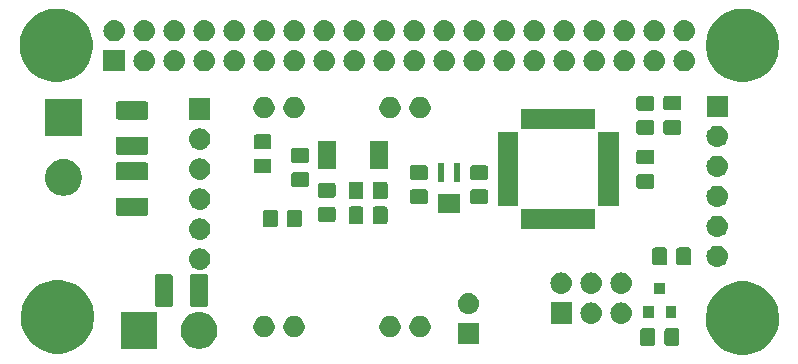
<source format=gbs>
G04 #@! TF.GenerationSoftware,KiCad,Pcbnew,5.1.2*
G04 #@! TF.CreationDate,2019-07-27T17:59:41+02:00*
G04 #@! TF.ProjectId,solarcampi,736f6c61-7263-4616-9d70-692e6b696361,C*
G04 #@! TF.SameCoordinates,Original*
G04 #@! TF.FileFunction,Soldermask,Bot*
G04 #@! TF.FilePolarity,Negative*
%FSLAX46Y46*%
G04 Gerber Fmt 4.6, Leading zero omitted, Abs format (unit mm)*
G04 Created by KiCad (PCBNEW 5.1.2) date 2019-07-27 17:59:41*
%MOMM*%
%LPD*%
G04 APERTURE LIST*
%ADD10C,0.100000*%
G04 APERTURE END LIST*
D10*
G36*
X112204780Y-72559565D02*
G01*
X112504237Y-72619131D01*
X113068401Y-72852815D01*
X113576135Y-73192072D01*
X114007928Y-73623865D01*
X114347185Y-74131599D01*
X114580869Y-74695763D01*
X114640434Y-74995220D01*
X114700000Y-75294675D01*
X114700000Y-75905325D01*
X114664187Y-76085367D01*
X114580869Y-76504237D01*
X114347185Y-77068401D01*
X114007928Y-77576135D01*
X113576135Y-78007928D01*
X113068401Y-78347185D01*
X112504237Y-78580869D01*
X112204780Y-78640434D01*
X111905325Y-78700000D01*
X111294675Y-78700000D01*
X110995220Y-78640434D01*
X110695763Y-78580869D01*
X110131599Y-78347185D01*
X109623865Y-78007928D01*
X109192072Y-77576135D01*
X108852815Y-77068401D01*
X108619131Y-76504237D01*
X108535813Y-76085367D01*
X108500000Y-75905325D01*
X108500000Y-75294675D01*
X108559566Y-74995220D01*
X108619131Y-74695763D01*
X108852815Y-74131599D01*
X109192072Y-73623865D01*
X109623865Y-73192072D01*
X110131599Y-72852815D01*
X110695763Y-72619131D01*
X110995220Y-72559565D01*
X111294675Y-72500000D01*
X111905325Y-72500000D01*
X112204780Y-72559565D01*
X112204780Y-72559565D01*
G37*
G36*
X54204780Y-72459566D02*
G01*
X54504237Y-72519131D01*
X55068401Y-72752815D01*
X55576135Y-73092072D01*
X56007928Y-73523865D01*
X56347185Y-74031599D01*
X56580869Y-74595763D01*
X56627920Y-74832304D01*
X56700000Y-75194675D01*
X56700000Y-75805325D01*
X56654699Y-76033068D01*
X56580869Y-76404237D01*
X56347185Y-76968401D01*
X56007928Y-77476135D01*
X55576135Y-77907928D01*
X55068401Y-78247185D01*
X54504237Y-78480869D01*
X54204780Y-78540434D01*
X53905325Y-78600000D01*
X53294675Y-78600000D01*
X52995220Y-78540434D01*
X52695763Y-78480869D01*
X52131599Y-78247185D01*
X51623865Y-77907928D01*
X51192072Y-77476135D01*
X50852815Y-76968401D01*
X50619131Y-76404237D01*
X50545301Y-76033068D01*
X50500000Y-75805325D01*
X50500000Y-75194675D01*
X50572080Y-74832304D01*
X50619131Y-74595763D01*
X50852815Y-74031599D01*
X51192072Y-73523865D01*
X51623865Y-73092072D01*
X52131599Y-72752815D01*
X52695763Y-72519131D01*
X52995220Y-72459566D01*
X53294675Y-72400000D01*
X53905325Y-72400000D01*
X54204780Y-72459566D01*
X54204780Y-72459566D01*
G37*
G36*
X62051000Y-78181000D02*
G01*
X58949000Y-78181000D01*
X58949000Y-75079000D01*
X62051000Y-75079000D01*
X62051000Y-78181000D01*
X62051000Y-78181000D01*
G37*
G36*
X65882585Y-75108802D02*
G01*
X66032410Y-75138604D01*
X66314674Y-75255521D01*
X66568705Y-75425259D01*
X66784741Y-75641295D01*
X66954479Y-75895326D01*
X67033196Y-76085367D01*
X67071396Y-76177591D01*
X67116479Y-76404235D01*
X67131000Y-76477240D01*
X67131000Y-76782760D01*
X67071396Y-77082410D01*
X66954479Y-77364674D01*
X66784741Y-77618705D01*
X66568705Y-77834741D01*
X66314674Y-78004479D01*
X66032410Y-78121396D01*
X65882585Y-78151198D01*
X65732761Y-78181000D01*
X65427239Y-78181000D01*
X65277415Y-78151198D01*
X65127590Y-78121396D01*
X64845326Y-78004479D01*
X64591295Y-77834741D01*
X64375259Y-77618705D01*
X64205521Y-77364674D01*
X64088604Y-77082410D01*
X64029000Y-76782760D01*
X64029000Y-76477240D01*
X64043522Y-76404235D01*
X64088604Y-76177591D01*
X64126804Y-76085367D01*
X64205521Y-75895326D01*
X64375259Y-75641295D01*
X64591295Y-75425259D01*
X64845326Y-75255521D01*
X65127590Y-75138604D01*
X65277415Y-75108802D01*
X65427239Y-75079000D01*
X65732761Y-75079000D01*
X65882585Y-75108802D01*
X65882585Y-75108802D01*
G37*
G36*
X106088674Y-76453465D02*
G01*
X106126367Y-76464899D01*
X106161103Y-76483466D01*
X106191548Y-76508452D01*
X106216534Y-76538897D01*
X106235101Y-76573633D01*
X106246535Y-76611326D01*
X106251000Y-76656661D01*
X106251000Y-77743339D01*
X106246535Y-77788674D01*
X106235101Y-77826367D01*
X106216534Y-77861103D01*
X106191548Y-77891548D01*
X106161103Y-77916534D01*
X106126367Y-77935101D01*
X106088674Y-77946535D01*
X106043339Y-77951000D01*
X105206661Y-77951000D01*
X105161326Y-77946535D01*
X105123633Y-77935101D01*
X105088897Y-77916534D01*
X105058452Y-77891548D01*
X105033466Y-77861103D01*
X105014899Y-77826367D01*
X105003465Y-77788674D01*
X104999000Y-77743339D01*
X104999000Y-76656661D01*
X105003465Y-76611326D01*
X105014899Y-76573633D01*
X105033466Y-76538897D01*
X105058452Y-76508452D01*
X105088897Y-76483466D01*
X105123633Y-76464899D01*
X105161326Y-76453465D01*
X105206661Y-76449000D01*
X106043339Y-76449000D01*
X106088674Y-76453465D01*
X106088674Y-76453465D01*
G37*
G36*
X104038674Y-76453465D02*
G01*
X104076367Y-76464899D01*
X104111103Y-76483466D01*
X104141548Y-76508452D01*
X104166534Y-76538897D01*
X104185101Y-76573633D01*
X104196535Y-76611326D01*
X104201000Y-76656661D01*
X104201000Y-77743339D01*
X104196535Y-77788674D01*
X104185101Y-77826367D01*
X104166534Y-77861103D01*
X104141548Y-77891548D01*
X104111103Y-77916534D01*
X104076367Y-77935101D01*
X104038674Y-77946535D01*
X103993339Y-77951000D01*
X103156661Y-77951000D01*
X103111326Y-77946535D01*
X103073633Y-77935101D01*
X103038897Y-77916534D01*
X103008452Y-77891548D01*
X102983466Y-77861103D01*
X102964899Y-77826367D01*
X102953465Y-77788674D01*
X102949000Y-77743339D01*
X102949000Y-76656661D01*
X102953465Y-76611326D01*
X102964899Y-76573633D01*
X102983466Y-76538897D01*
X103008452Y-76508452D01*
X103038897Y-76483466D01*
X103073633Y-76464899D01*
X103111326Y-76453465D01*
X103156661Y-76449000D01*
X103993339Y-76449000D01*
X104038674Y-76453465D01*
X104038674Y-76453465D01*
G37*
G36*
X89301000Y-77801000D02*
G01*
X87499000Y-77801000D01*
X87499000Y-75999000D01*
X89301000Y-75999000D01*
X89301000Y-77801000D01*
X89301000Y-77801000D01*
G37*
G36*
X81877512Y-75424927D02*
G01*
X82026812Y-75454624D01*
X82190784Y-75522544D01*
X82338354Y-75621147D01*
X82463853Y-75746646D01*
X82562456Y-75894216D01*
X82630376Y-76058188D01*
X82665000Y-76232259D01*
X82665000Y-76409741D01*
X82630376Y-76583812D01*
X82562456Y-76747784D01*
X82463853Y-76895354D01*
X82338354Y-77020853D01*
X82190784Y-77119456D01*
X82026812Y-77187376D01*
X81877512Y-77217073D01*
X81852742Y-77222000D01*
X81675258Y-77222000D01*
X81650488Y-77217073D01*
X81501188Y-77187376D01*
X81337216Y-77119456D01*
X81189646Y-77020853D01*
X81064147Y-76895354D01*
X80965544Y-76747784D01*
X80897624Y-76583812D01*
X80863000Y-76409741D01*
X80863000Y-76232259D01*
X80897624Y-76058188D01*
X80965544Y-75894216D01*
X81064147Y-75746646D01*
X81189646Y-75621147D01*
X81337216Y-75522544D01*
X81501188Y-75454624D01*
X81650488Y-75424927D01*
X81675258Y-75420000D01*
X81852742Y-75420000D01*
X81877512Y-75424927D01*
X81877512Y-75424927D01*
G37*
G36*
X73749512Y-75424927D02*
G01*
X73898812Y-75454624D01*
X74062784Y-75522544D01*
X74210354Y-75621147D01*
X74335853Y-75746646D01*
X74434456Y-75894216D01*
X74502376Y-76058188D01*
X74537000Y-76232259D01*
X74537000Y-76409741D01*
X74502376Y-76583812D01*
X74434456Y-76747784D01*
X74335853Y-76895354D01*
X74210354Y-77020853D01*
X74062784Y-77119456D01*
X73898812Y-77187376D01*
X73749512Y-77217073D01*
X73724742Y-77222000D01*
X73547258Y-77222000D01*
X73522488Y-77217073D01*
X73373188Y-77187376D01*
X73209216Y-77119456D01*
X73061646Y-77020853D01*
X72936147Y-76895354D01*
X72837544Y-76747784D01*
X72769624Y-76583812D01*
X72735000Y-76409741D01*
X72735000Y-76232259D01*
X72769624Y-76058188D01*
X72837544Y-75894216D01*
X72936147Y-75746646D01*
X73061646Y-75621147D01*
X73209216Y-75522544D01*
X73373188Y-75454624D01*
X73522488Y-75424927D01*
X73547258Y-75420000D01*
X73724742Y-75420000D01*
X73749512Y-75424927D01*
X73749512Y-75424927D01*
G37*
G36*
X71209512Y-75424927D02*
G01*
X71358812Y-75454624D01*
X71522784Y-75522544D01*
X71670354Y-75621147D01*
X71795853Y-75746646D01*
X71894456Y-75894216D01*
X71962376Y-76058188D01*
X71997000Y-76232259D01*
X71997000Y-76409741D01*
X71962376Y-76583812D01*
X71894456Y-76747784D01*
X71795853Y-76895354D01*
X71670354Y-77020853D01*
X71522784Y-77119456D01*
X71358812Y-77187376D01*
X71209512Y-77217073D01*
X71184742Y-77222000D01*
X71007258Y-77222000D01*
X70982488Y-77217073D01*
X70833188Y-77187376D01*
X70669216Y-77119456D01*
X70521646Y-77020853D01*
X70396147Y-76895354D01*
X70297544Y-76747784D01*
X70229624Y-76583812D01*
X70195000Y-76409741D01*
X70195000Y-76232259D01*
X70229624Y-76058188D01*
X70297544Y-75894216D01*
X70396147Y-75746646D01*
X70521646Y-75621147D01*
X70669216Y-75522544D01*
X70833188Y-75454624D01*
X70982488Y-75424927D01*
X71007258Y-75420000D01*
X71184742Y-75420000D01*
X71209512Y-75424927D01*
X71209512Y-75424927D01*
G37*
G36*
X84417512Y-75424927D02*
G01*
X84566812Y-75454624D01*
X84730784Y-75522544D01*
X84878354Y-75621147D01*
X85003853Y-75746646D01*
X85102456Y-75894216D01*
X85170376Y-76058188D01*
X85205000Y-76232259D01*
X85205000Y-76409741D01*
X85170376Y-76583812D01*
X85102456Y-76747784D01*
X85003853Y-76895354D01*
X84878354Y-77020853D01*
X84730784Y-77119456D01*
X84566812Y-77187376D01*
X84417512Y-77217073D01*
X84392742Y-77222000D01*
X84215258Y-77222000D01*
X84190488Y-77217073D01*
X84041188Y-77187376D01*
X83877216Y-77119456D01*
X83729646Y-77020853D01*
X83604147Y-76895354D01*
X83505544Y-76747784D01*
X83437624Y-76583812D01*
X83403000Y-76409741D01*
X83403000Y-76232259D01*
X83437624Y-76058188D01*
X83505544Y-75894216D01*
X83604147Y-75746646D01*
X83729646Y-75621147D01*
X83877216Y-75522544D01*
X84041188Y-75454624D01*
X84190488Y-75424927D01*
X84215258Y-75420000D01*
X84392742Y-75420000D01*
X84417512Y-75424927D01*
X84417512Y-75424927D01*
G37*
G36*
X101525294Y-74282633D02*
G01*
X101697695Y-74334931D01*
X101856583Y-74419858D01*
X101995849Y-74534151D01*
X102110142Y-74673417D01*
X102195069Y-74832305D01*
X102247367Y-75004706D01*
X102265025Y-75184000D01*
X102247367Y-75363294D01*
X102195069Y-75535695D01*
X102110142Y-75694583D01*
X101995849Y-75833849D01*
X101856583Y-75948142D01*
X101697695Y-76033069D01*
X101525294Y-76085367D01*
X101390931Y-76098600D01*
X101301069Y-76098600D01*
X101166706Y-76085367D01*
X100994305Y-76033069D01*
X100835417Y-75948142D01*
X100696151Y-75833849D01*
X100581858Y-75694583D01*
X100496931Y-75535695D01*
X100444633Y-75363294D01*
X100426975Y-75184000D01*
X100444633Y-75004706D01*
X100496931Y-74832305D01*
X100581858Y-74673417D01*
X100696151Y-74534151D01*
X100835417Y-74419858D01*
X100994305Y-74334931D01*
X101166706Y-74282633D01*
X101301069Y-74269400D01*
X101390931Y-74269400D01*
X101525294Y-74282633D01*
X101525294Y-74282633D01*
G37*
G36*
X98985294Y-74282633D02*
G01*
X99157695Y-74334931D01*
X99316583Y-74419858D01*
X99455849Y-74534151D01*
X99570142Y-74673417D01*
X99655069Y-74832305D01*
X99707367Y-75004706D01*
X99725025Y-75184000D01*
X99707367Y-75363294D01*
X99655069Y-75535695D01*
X99570142Y-75694583D01*
X99455849Y-75833849D01*
X99316583Y-75948142D01*
X99157695Y-76033069D01*
X98985294Y-76085367D01*
X98850931Y-76098600D01*
X98761069Y-76098600D01*
X98626706Y-76085367D01*
X98454305Y-76033069D01*
X98295417Y-75948142D01*
X98156151Y-75833849D01*
X98041858Y-75694583D01*
X97956931Y-75535695D01*
X97904633Y-75363294D01*
X97886975Y-75184000D01*
X97904633Y-75004706D01*
X97956931Y-74832305D01*
X98041858Y-74673417D01*
X98156151Y-74534151D01*
X98295417Y-74419858D01*
X98454305Y-74334931D01*
X98626706Y-74282633D01*
X98761069Y-74269400D01*
X98850931Y-74269400D01*
X98985294Y-74282633D01*
X98985294Y-74282633D01*
G37*
G36*
X97180600Y-76098600D02*
G01*
X95351400Y-76098600D01*
X95351400Y-74269400D01*
X97180600Y-74269400D01*
X97180600Y-76098600D01*
X97180600Y-76098600D01*
G37*
G36*
X105991000Y-75601000D02*
G01*
X105089000Y-75601000D01*
X105089000Y-74599000D01*
X105991000Y-74599000D01*
X105991000Y-75601000D01*
X105991000Y-75601000D01*
G37*
G36*
X104091000Y-75601000D02*
G01*
X103189000Y-75601000D01*
X103189000Y-74599000D01*
X104091000Y-74599000D01*
X104091000Y-75601000D01*
X104091000Y-75601000D01*
G37*
G36*
X88510443Y-73465519D02*
G01*
X88576627Y-73472037D01*
X88746466Y-73523557D01*
X88746468Y-73523558D01*
X88787269Y-73545367D01*
X88902991Y-73607222D01*
X88938729Y-73636552D01*
X89040186Y-73719814D01*
X89123448Y-73821271D01*
X89152778Y-73857009D01*
X89236443Y-74013534D01*
X89287963Y-74183373D01*
X89305359Y-74360000D01*
X89287963Y-74536627D01*
X89236443Y-74706466D01*
X89152778Y-74862991D01*
X89123448Y-74898729D01*
X89040186Y-75000186D01*
X88944149Y-75079000D01*
X88902991Y-75112778D01*
X88746466Y-75196443D01*
X88576627Y-75247963D01*
X88510443Y-75254481D01*
X88444260Y-75261000D01*
X88355740Y-75261000D01*
X88289557Y-75254481D01*
X88223373Y-75247963D01*
X88053534Y-75196443D01*
X87897009Y-75112778D01*
X87855851Y-75079000D01*
X87759814Y-75000186D01*
X87676552Y-74898729D01*
X87647222Y-74862991D01*
X87563557Y-74706466D01*
X87512037Y-74536627D01*
X87494641Y-74360000D01*
X87512037Y-74183373D01*
X87563557Y-74013534D01*
X87647222Y-73857009D01*
X87676552Y-73821271D01*
X87759814Y-73719814D01*
X87861271Y-73636552D01*
X87897009Y-73607222D01*
X88012731Y-73545367D01*
X88053532Y-73523558D01*
X88053534Y-73523557D01*
X88223373Y-73472037D01*
X88289557Y-73465519D01*
X88355740Y-73459000D01*
X88444260Y-73459000D01*
X88510443Y-73465519D01*
X88510443Y-73465519D01*
G37*
G36*
X66190562Y-71888181D02*
G01*
X66225481Y-71898774D01*
X66257663Y-71915976D01*
X66285873Y-71939127D01*
X66309024Y-71967337D01*
X66326226Y-71999519D01*
X66336819Y-72034438D01*
X66341000Y-72076895D01*
X66341000Y-74443105D01*
X66336819Y-74485562D01*
X66326226Y-74520481D01*
X66309024Y-74552663D01*
X66285873Y-74580873D01*
X66257663Y-74604024D01*
X66225481Y-74621226D01*
X66190562Y-74631819D01*
X66148105Y-74636000D01*
X65006895Y-74636000D01*
X64964438Y-74631819D01*
X64929519Y-74621226D01*
X64897337Y-74604024D01*
X64869127Y-74580873D01*
X64845976Y-74552663D01*
X64828774Y-74520481D01*
X64818181Y-74485562D01*
X64814000Y-74443105D01*
X64814000Y-72076895D01*
X64818181Y-72034438D01*
X64828774Y-71999519D01*
X64845976Y-71967337D01*
X64869127Y-71939127D01*
X64897337Y-71915976D01*
X64929519Y-71898774D01*
X64964438Y-71888181D01*
X65006895Y-71884000D01*
X66148105Y-71884000D01*
X66190562Y-71888181D01*
X66190562Y-71888181D01*
G37*
G36*
X63215562Y-71888181D02*
G01*
X63250481Y-71898774D01*
X63282663Y-71915976D01*
X63310873Y-71939127D01*
X63334024Y-71967337D01*
X63351226Y-71999519D01*
X63361819Y-72034438D01*
X63366000Y-72076895D01*
X63366000Y-74443105D01*
X63361819Y-74485562D01*
X63351226Y-74520481D01*
X63334024Y-74552663D01*
X63310873Y-74580873D01*
X63282663Y-74604024D01*
X63250481Y-74621226D01*
X63215562Y-74631819D01*
X63173105Y-74636000D01*
X62031895Y-74636000D01*
X61989438Y-74631819D01*
X61954519Y-74621226D01*
X61922337Y-74604024D01*
X61894127Y-74580873D01*
X61870976Y-74552663D01*
X61853774Y-74520481D01*
X61843181Y-74485562D01*
X61839000Y-74443105D01*
X61839000Y-72076895D01*
X61843181Y-72034438D01*
X61853774Y-71999519D01*
X61870976Y-71967337D01*
X61894127Y-71939127D01*
X61922337Y-71915976D01*
X61954519Y-71898774D01*
X61989438Y-71888181D01*
X62031895Y-71884000D01*
X63173105Y-71884000D01*
X63215562Y-71888181D01*
X63215562Y-71888181D01*
G37*
G36*
X105041000Y-73601000D02*
G01*
X104139000Y-73601000D01*
X104139000Y-72599000D01*
X105041000Y-72599000D01*
X105041000Y-73601000D01*
X105041000Y-73601000D01*
G37*
G36*
X101525294Y-71742633D02*
G01*
X101697695Y-71794931D01*
X101856583Y-71879858D01*
X101995849Y-71994151D01*
X102110142Y-72133417D01*
X102195069Y-72292305D01*
X102247367Y-72464706D01*
X102265025Y-72644000D01*
X102247367Y-72823294D01*
X102195069Y-72995695D01*
X102110142Y-73154583D01*
X101995849Y-73293849D01*
X101856583Y-73408142D01*
X101697695Y-73493069D01*
X101525294Y-73545367D01*
X101390931Y-73558600D01*
X101301069Y-73558600D01*
X101166706Y-73545367D01*
X100994305Y-73493069D01*
X100835417Y-73408142D01*
X100696151Y-73293849D01*
X100581858Y-73154583D01*
X100496931Y-72995695D01*
X100444633Y-72823294D01*
X100426975Y-72644000D01*
X100444633Y-72464706D01*
X100496931Y-72292305D01*
X100581858Y-72133417D01*
X100696151Y-71994151D01*
X100835417Y-71879858D01*
X100994305Y-71794931D01*
X101166706Y-71742633D01*
X101301069Y-71729400D01*
X101390931Y-71729400D01*
X101525294Y-71742633D01*
X101525294Y-71742633D01*
G37*
G36*
X98985294Y-71742633D02*
G01*
X99157695Y-71794931D01*
X99316583Y-71879858D01*
X99455849Y-71994151D01*
X99570142Y-72133417D01*
X99655069Y-72292305D01*
X99707367Y-72464706D01*
X99725025Y-72644000D01*
X99707367Y-72823294D01*
X99655069Y-72995695D01*
X99570142Y-73154583D01*
X99455849Y-73293849D01*
X99316583Y-73408142D01*
X99157695Y-73493069D01*
X98985294Y-73545367D01*
X98850931Y-73558600D01*
X98761069Y-73558600D01*
X98626706Y-73545367D01*
X98454305Y-73493069D01*
X98295417Y-73408142D01*
X98156151Y-73293849D01*
X98041858Y-73154583D01*
X97956931Y-72995695D01*
X97904633Y-72823294D01*
X97886975Y-72644000D01*
X97904633Y-72464706D01*
X97956931Y-72292305D01*
X98041858Y-72133417D01*
X98156151Y-71994151D01*
X98295417Y-71879858D01*
X98454305Y-71794931D01*
X98626706Y-71742633D01*
X98761069Y-71729400D01*
X98850931Y-71729400D01*
X98985294Y-71742633D01*
X98985294Y-71742633D01*
G37*
G36*
X96445294Y-71742633D02*
G01*
X96617695Y-71794931D01*
X96776583Y-71879858D01*
X96915849Y-71994151D01*
X97030142Y-72133417D01*
X97115069Y-72292305D01*
X97167367Y-72464706D01*
X97185025Y-72644000D01*
X97167367Y-72823294D01*
X97115069Y-72995695D01*
X97030142Y-73154583D01*
X96915849Y-73293849D01*
X96776583Y-73408142D01*
X96617695Y-73493069D01*
X96445294Y-73545367D01*
X96310931Y-73558600D01*
X96221069Y-73558600D01*
X96086706Y-73545367D01*
X95914305Y-73493069D01*
X95755417Y-73408142D01*
X95616151Y-73293849D01*
X95501858Y-73154583D01*
X95416931Y-72995695D01*
X95364633Y-72823294D01*
X95346975Y-72644000D01*
X95364633Y-72464706D01*
X95416931Y-72292305D01*
X95501858Y-72133417D01*
X95616151Y-71994151D01*
X95755417Y-71879858D01*
X95914305Y-71794931D01*
X96086706Y-71742633D01*
X96221069Y-71729400D01*
X96310931Y-71729400D01*
X96445294Y-71742633D01*
X96445294Y-71742633D01*
G37*
G36*
X65760443Y-69705519D02*
G01*
X65826627Y-69712037D01*
X65996466Y-69763557D01*
X66152991Y-69847222D01*
X66177101Y-69867009D01*
X66290186Y-69959814D01*
X66373448Y-70061271D01*
X66402778Y-70097009D01*
X66486443Y-70253534D01*
X66537963Y-70423373D01*
X66555359Y-70600000D01*
X66537963Y-70776627D01*
X66486443Y-70946466D01*
X66402778Y-71102991D01*
X66387998Y-71121000D01*
X66290186Y-71240186D01*
X66188729Y-71323448D01*
X66152991Y-71352778D01*
X65996466Y-71436443D01*
X65826627Y-71487963D01*
X65760442Y-71494482D01*
X65694260Y-71501000D01*
X65605740Y-71501000D01*
X65539558Y-71494482D01*
X65473373Y-71487963D01*
X65303534Y-71436443D01*
X65147009Y-71352778D01*
X65111271Y-71323448D01*
X65009814Y-71240186D01*
X64912002Y-71121000D01*
X64897222Y-71102991D01*
X64813557Y-70946466D01*
X64762037Y-70776627D01*
X64744641Y-70600000D01*
X64762037Y-70423373D01*
X64813557Y-70253534D01*
X64897222Y-70097009D01*
X64926552Y-70061271D01*
X65009814Y-69959814D01*
X65122899Y-69867009D01*
X65147009Y-69847222D01*
X65303534Y-69763557D01*
X65473373Y-69712037D01*
X65539557Y-69705519D01*
X65605740Y-69699000D01*
X65694260Y-69699000D01*
X65760443Y-69705519D01*
X65760443Y-69705519D01*
G37*
G36*
X109570442Y-69475518D02*
G01*
X109636627Y-69482037D01*
X109806466Y-69533557D01*
X109962991Y-69617222D01*
X109971530Y-69624230D01*
X110100186Y-69729814D01*
X110179665Y-69826661D01*
X110212778Y-69867009D01*
X110296443Y-70023534D01*
X110347963Y-70193373D01*
X110365359Y-70370000D01*
X110347963Y-70546627D01*
X110296443Y-70716466D01*
X110212778Y-70872991D01*
X110189032Y-70901925D01*
X110100186Y-71010186D01*
X110021049Y-71075131D01*
X109962991Y-71122778D01*
X109806466Y-71206443D01*
X109636627Y-71257963D01*
X109570443Y-71264481D01*
X109504260Y-71271000D01*
X109415740Y-71271000D01*
X109349557Y-71264481D01*
X109283373Y-71257963D01*
X109113534Y-71206443D01*
X108957009Y-71122778D01*
X108898951Y-71075131D01*
X108819814Y-71010186D01*
X108730968Y-70901925D01*
X108707222Y-70872991D01*
X108623557Y-70716466D01*
X108572037Y-70546627D01*
X108554641Y-70370000D01*
X108572037Y-70193373D01*
X108623557Y-70023534D01*
X108707222Y-69867009D01*
X108740335Y-69826661D01*
X108819814Y-69729814D01*
X108948470Y-69624230D01*
X108957009Y-69617222D01*
X109113534Y-69533557D01*
X109283373Y-69482037D01*
X109349558Y-69475518D01*
X109415740Y-69469000D01*
X109504260Y-69469000D01*
X109570442Y-69475518D01*
X109570442Y-69475518D01*
G37*
G36*
X105048674Y-69623465D02*
G01*
X105086367Y-69634899D01*
X105121103Y-69653466D01*
X105151548Y-69678452D01*
X105176534Y-69708897D01*
X105195101Y-69743633D01*
X105206535Y-69781326D01*
X105211000Y-69826661D01*
X105211000Y-70913339D01*
X105206535Y-70958674D01*
X105195101Y-70996367D01*
X105176534Y-71031103D01*
X105151548Y-71061548D01*
X105121103Y-71086534D01*
X105086367Y-71105101D01*
X105048674Y-71116535D01*
X105003339Y-71121000D01*
X104166661Y-71121000D01*
X104121326Y-71116535D01*
X104083633Y-71105101D01*
X104048897Y-71086534D01*
X104018452Y-71061548D01*
X103993466Y-71031103D01*
X103974899Y-70996367D01*
X103963465Y-70958674D01*
X103959000Y-70913339D01*
X103959000Y-69826661D01*
X103963465Y-69781326D01*
X103974899Y-69743633D01*
X103993466Y-69708897D01*
X104018452Y-69678452D01*
X104048897Y-69653466D01*
X104083633Y-69634899D01*
X104121326Y-69623465D01*
X104166661Y-69619000D01*
X105003339Y-69619000D01*
X105048674Y-69623465D01*
X105048674Y-69623465D01*
G37*
G36*
X107098674Y-69623465D02*
G01*
X107136367Y-69634899D01*
X107171103Y-69653466D01*
X107201548Y-69678452D01*
X107226534Y-69708897D01*
X107245101Y-69743633D01*
X107256535Y-69781326D01*
X107261000Y-69826661D01*
X107261000Y-70913339D01*
X107256535Y-70958674D01*
X107245101Y-70996367D01*
X107226534Y-71031103D01*
X107201548Y-71061548D01*
X107171103Y-71086534D01*
X107136367Y-71105101D01*
X107098674Y-71116535D01*
X107053339Y-71121000D01*
X106216661Y-71121000D01*
X106171326Y-71116535D01*
X106133633Y-71105101D01*
X106098897Y-71086534D01*
X106068452Y-71061548D01*
X106043466Y-71031103D01*
X106024899Y-70996367D01*
X106013465Y-70958674D01*
X106009000Y-70913339D01*
X106009000Y-69826661D01*
X106013465Y-69781326D01*
X106024899Y-69743633D01*
X106043466Y-69708897D01*
X106068452Y-69678452D01*
X106098897Y-69653466D01*
X106133633Y-69634899D01*
X106171326Y-69623465D01*
X106216661Y-69619000D01*
X107053339Y-69619000D01*
X107098674Y-69623465D01*
X107098674Y-69623465D01*
G37*
G36*
X65760442Y-67165518D02*
G01*
X65826627Y-67172037D01*
X65996466Y-67223557D01*
X66152991Y-67307222D01*
X66176319Y-67326367D01*
X66290186Y-67419814D01*
X66346697Y-67488674D01*
X66402778Y-67557009D01*
X66486443Y-67713534D01*
X66537963Y-67883373D01*
X66555359Y-68060000D01*
X66537963Y-68236627D01*
X66486443Y-68406466D01*
X66402778Y-68562991D01*
X66386539Y-68582778D01*
X66290186Y-68700186D01*
X66188729Y-68783448D01*
X66152991Y-68812778D01*
X65996466Y-68896443D01*
X65826627Y-68947963D01*
X65760443Y-68954481D01*
X65694260Y-68961000D01*
X65605740Y-68961000D01*
X65539557Y-68954481D01*
X65473373Y-68947963D01*
X65303534Y-68896443D01*
X65147009Y-68812778D01*
X65111271Y-68783448D01*
X65009814Y-68700186D01*
X64913461Y-68582778D01*
X64897222Y-68562991D01*
X64813557Y-68406466D01*
X64762037Y-68236627D01*
X64744641Y-68060000D01*
X64762037Y-67883373D01*
X64813557Y-67713534D01*
X64897222Y-67557009D01*
X64953303Y-67488674D01*
X65009814Y-67419814D01*
X65123681Y-67326367D01*
X65147009Y-67307222D01*
X65303534Y-67223557D01*
X65473373Y-67172037D01*
X65539558Y-67165518D01*
X65605740Y-67159000D01*
X65694260Y-67159000D01*
X65760442Y-67165518D01*
X65760442Y-67165518D01*
G37*
G36*
X109570443Y-66935519D02*
G01*
X109636627Y-66942037D01*
X109806466Y-66993557D01*
X109962991Y-67077222D01*
X109998729Y-67106552D01*
X110100186Y-67189814D01*
X110176647Y-67282983D01*
X110212778Y-67327009D01*
X110247275Y-67391548D01*
X110296149Y-67482983D01*
X110296443Y-67483534D01*
X110347963Y-67653373D01*
X110365359Y-67830000D01*
X110347963Y-68006627D01*
X110296443Y-68176466D01*
X110212778Y-68332991D01*
X110183448Y-68368729D01*
X110100186Y-68470186D01*
X109998729Y-68553448D01*
X109962991Y-68582778D01*
X109806466Y-68666443D01*
X109636627Y-68717963D01*
X109570442Y-68724482D01*
X109504260Y-68731000D01*
X109415740Y-68731000D01*
X109349558Y-68724482D01*
X109283373Y-68717963D01*
X109113534Y-68666443D01*
X108957009Y-68582778D01*
X108921271Y-68553448D01*
X108819814Y-68470186D01*
X108736552Y-68368729D01*
X108707222Y-68332991D01*
X108623557Y-68176466D01*
X108572037Y-68006627D01*
X108554641Y-67830000D01*
X108572037Y-67653373D01*
X108623557Y-67483534D01*
X108623852Y-67482983D01*
X108672725Y-67391548D01*
X108707222Y-67327009D01*
X108743353Y-67282983D01*
X108819814Y-67189814D01*
X108921271Y-67106552D01*
X108957009Y-67077222D01*
X109113534Y-66993557D01*
X109283373Y-66942037D01*
X109349557Y-66935519D01*
X109415740Y-66929000D01*
X109504260Y-66929000D01*
X109570443Y-66935519D01*
X109570443Y-66935519D01*
G37*
G36*
X99138000Y-68093000D02*
G01*
X92886000Y-68093000D01*
X92886000Y-66391000D01*
X99138000Y-66391000D01*
X99138000Y-68093000D01*
X99138000Y-68093000D01*
G37*
G36*
X74134674Y-66412465D02*
G01*
X74172367Y-66423899D01*
X74207103Y-66442466D01*
X74237548Y-66467452D01*
X74262534Y-66497897D01*
X74281101Y-66532633D01*
X74292535Y-66570326D01*
X74297000Y-66615661D01*
X74297000Y-67702339D01*
X74292535Y-67747674D01*
X74281101Y-67785367D01*
X74262534Y-67820103D01*
X74237548Y-67850548D01*
X74207103Y-67875534D01*
X74172367Y-67894101D01*
X74134674Y-67905535D01*
X74089339Y-67910000D01*
X73252661Y-67910000D01*
X73207326Y-67905535D01*
X73169633Y-67894101D01*
X73134897Y-67875534D01*
X73104452Y-67850548D01*
X73079466Y-67820103D01*
X73060899Y-67785367D01*
X73049465Y-67747674D01*
X73045000Y-67702339D01*
X73045000Y-66615661D01*
X73049465Y-66570326D01*
X73060899Y-66532633D01*
X73079466Y-66497897D01*
X73104452Y-66467452D01*
X73134897Y-66442466D01*
X73169633Y-66423899D01*
X73207326Y-66412465D01*
X73252661Y-66408000D01*
X74089339Y-66408000D01*
X74134674Y-66412465D01*
X74134674Y-66412465D01*
G37*
G36*
X72084674Y-66412465D02*
G01*
X72122367Y-66423899D01*
X72157103Y-66442466D01*
X72187548Y-66467452D01*
X72212534Y-66497897D01*
X72231101Y-66532633D01*
X72242535Y-66570326D01*
X72247000Y-66615661D01*
X72247000Y-67702339D01*
X72242535Y-67747674D01*
X72231101Y-67785367D01*
X72212534Y-67820103D01*
X72187548Y-67850548D01*
X72157103Y-67875534D01*
X72122367Y-67894101D01*
X72084674Y-67905535D01*
X72039339Y-67910000D01*
X71202661Y-67910000D01*
X71157326Y-67905535D01*
X71119633Y-67894101D01*
X71084897Y-67875534D01*
X71054452Y-67850548D01*
X71029466Y-67820103D01*
X71010899Y-67785367D01*
X70999465Y-67747674D01*
X70995000Y-67702339D01*
X70995000Y-66615661D01*
X70999465Y-66570326D01*
X71010899Y-66532633D01*
X71029466Y-66497897D01*
X71054452Y-66467452D01*
X71084897Y-66442466D01*
X71119633Y-66423899D01*
X71157326Y-66412465D01*
X71202661Y-66408000D01*
X72039339Y-66408000D01*
X72084674Y-66412465D01*
X72084674Y-66412465D01*
G37*
G36*
X81388674Y-66153465D02*
G01*
X81426367Y-66164899D01*
X81461103Y-66183466D01*
X81491548Y-66208452D01*
X81516534Y-66238897D01*
X81535101Y-66273633D01*
X81546535Y-66311326D01*
X81551000Y-66356661D01*
X81551000Y-67443339D01*
X81546535Y-67488674D01*
X81535101Y-67526367D01*
X81516534Y-67561103D01*
X81491548Y-67591548D01*
X81461103Y-67616534D01*
X81426367Y-67635101D01*
X81388674Y-67646535D01*
X81343339Y-67651000D01*
X80506661Y-67651000D01*
X80461326Y-67646535D01*
X80423633Y-67635101D01*
X80388897Y-67616534D01*
X80358452Y-67591548D01*
X80333466Y-67561103D01*
X80314899Y-67526367D01*
X80303465Y-67488674D01*
X80299000Y-67443339D01*
X80299000Y-66356661D01*
X80303465Y-66311326D01*
X80314899Y-66273633D01*
X80333466Y-66238897D01*
X80358452Y-66208452D01*
X80388897Y-66183466D01*
X80423633Y-66164899D01*
X80461326Y-66153465D01*
X80506661Y-66149000D01*
X81343339Y-66149000D01*
X81388674Y-66153465D01*
X81388674Y-66153465D01*
G37*
G36*
X79338674Y-66153465D02*
G01*
X79376367Y-66164899D01*
X79411103Y-66183466D01*
X79441548Y-66208452D01*
X79466534Y-66238897D01*
X79485101Y-66273633D01*
X79496535Y-66311326D01*
X79501000Y-66356661D01*
X79501000Y-67443339D01*
X79496535Y-67488674D01*
X79485101Y-67526367D01*
X79466534Y-67561103D01*
X79441548Y-67591548D01*
X79411103Y-67616534D01*
X79376367Y-67635101D01*
X79338674Y-67646535D01*
X79293339Y-67651000D01*
X78456661Y-67651000D01*
X78411326Y-67646535D01*
X78373633Y-67635101D01*
X78338897Y-67616534D01*
X78308452Y-67591548D01*
X78283466Y-67561103D01*
X78264899Y-67526367D01*
X78253465Y-67488674D01*
X78249000Y-67443339D01*
X78249000Y-66356661D01*
X78253465Y-66311326D01*
X78264899Y-66273633D01*
X78283466Y-66238897D01*
X78308452Y-66208452D01*
X78338897Y-66183466D01*
X78373633Y-66164899D01*
X78411326Y-66153465D01*
X78456661Y-66149000D01*
X79293339Y-66149000D01*
X79338674Y-66153465D01*
X79338674Y-66153465D01*
G37*
G36*
X76988674Y-66203465D02*
G01*
X77026367Y-66214899D01*
X77061103Y-66233466D01*
X77091548Y-66258452D01*
X77116534Y-66288897D01*
X77135101Y-66323633D01*
X77146535Y-66361326D01*
X77151000Y-66406661D01*
X77151000Y-67243339D01*
X77146535Y-67288674D01*
X77135101Y-67326367D01*
X77116534Y-67361103D01*
X77091548Y-67391548D01*
X77061103Y-67416534D01*
X77026367Y-67435101D01*
X76988674Y-67446535D01*
X76943339Y-67451000D01*
X75856661Y-67451000D01*
X75811326Y-67446535D01*
X75773633Y-67435101D01*
X75738897Y-67416534D01*
X75708452Y-67391548D01*
X75683466Y-67361103D01*
X75664899Y-67326367D01*
X75653465Y-67288674D01*
X75649000Y-67243339D01*
X75649000Y-66406661D01*
X75653465Y-66361326D01*
X75664899Y-66323633D01*
X75683466Y-66288897D01*
X75708452Y-66258452D01*
X75738897Y-66233466D01*
X75773633Y-66214899D01*
X75811326Y-66203465D01*
X75856661Y-66199000D01*
X76943339Y-66199000D01*
X76988674Y-66203465D01*
X76988674Y-66203465D01*
G37*
G36*
X61135562Y-65398181D02*
G01*
X61170481Y-65408774D01*
X61202663Y-65425976D01*
X61230873Y-65449127D01*
X61254024Y-65477337D01*
X61271226Y-65509519D01*
X61281819Y-65544438D01*
X61286000Y-65586895D01*
X61286000Y-66728105D01*
X61281819Y-66770562D01*
X61271226Y-66805481D01*
X61254024Y-66837663D01*
X61230873Y-66865873D01*
X61202663Y-66889024D01*
X61170481Y-66906226D01*
X61135562Y-66916819D01*
X61093105Y-66921000D01*
X58726895Y-66921000D01*
X58684438Y-66916819D01*
X58649519Y-66906226D01*
X58617337Y-66889024D01*
X58589127Y-66865873D01*
X58565976Y-66837663D01*
X58548774Y-66805481D01*
X58538181Y-66770562D01*
X58534000Y-66728105D01*
X58534000Y-65586895D01*
X58538181Y-65544438D01*
X58548774Y-65509519D01*
X58565976Y-65477337D01*
X58589127Y-65449127D01*
X58617337Y-65425976D01*
X58649519Y-65408774D01*
X58684438Y-65398181D01*
X58726895Y-65394000D01*
X61093105Y-65394000D01*
X61135562Y-65398181D01*
X61135562Y-65398181D01*
G37*
G36*
X87651000Y-66731000D02*
G01*
X85849000Y-66731000D01*
X85849000Y-65129000D01*
X87651000Y-65129000D01*
X87651000Y-66731000D01*
X87651000Y-66731000D01*
G37*
G36*
X65760442Y-64625518D02*
G01*
X65826627Y-64632037D01*
X65996466Y-64683557D01*
X66152991Y-64767222D01*
X66177101Y-64787009D01*
X66290186Y-64879814D01*
X66365161Y-64971173D01*
X66402778Y-65017009D01*
X66486443Y-65173534D01*
X66537963Y-65343373D01*
X66555359Y-65520000D01*
X66537963Y-65696627D01*
X66486443Y-65866466D01*
X66402778Y-66022991D01*
X66386539Y-66042778D01*
X66290186Y-66160186D01*
X66194275Y-66238897D01*
X66152991Y-66272778D01*
X65996466Y-66356443D01*
X65826627Y-66407963D01*
X65773149Y-66413230D01*
X65694260Y-66421000D01*
X65605740Y-66421000D01*
X65526851Y-66413230D01*
X65473373Y-66407963D01*
X65303534Y-66356443D01*
X65147009Y-66272778D01*
X65105725Y-66238897D01*
X65009814Y-66160186D01*
X64913461Y-66042778D01*
X64897222Y-66022991D01*
X64813557Y-65866466D01*
X64762037Y-65696627D01*
X64744641Y-65520000D01*
X64762037Y-65343373D01*
X64813557Y-65173534D01*
X64897222Y-65017009D01*
X64934839Y-64971173D01*
X65009814Y-64879814D01*
X65122899Y-64787009D01*
X65147009Y-64767222D01*
X65303534Y-64683557D01*
X65473373Y-64632037D01*
X65539558Y-64625518D01*
X65605740Y-64619000D01*
X65694260Y-64619000D01*
X65760442Y-64625518D01*
X65760442Y-64625518D01*
G37*
G36*
X109570442Y-64395518D02*
G01*
X109636627Y-64402037D01*
X109806466Y-64453557D01*
X109962991Y-64537222D01*
X109982342Y-64553103D01*
X110100186Y-64649814D01*
X110168836Y-64733466D01*
X110212778Y-64787009D01*
X110296443Y-64943534D01*
X110347963Y-65113373D01*
X110365359Y-65290000D01*
X110347963Y-65466627D01*
X110296443Y-65636466D01*
X110212778Y-65792991D01*
X110185387Y-65826367D01*
X110100186Y-65930186D01*
X109998729Y-66013448D01*
X109962991Y-66042778D01*
X109806466Y-66126443D01*
X109636627Y-66177963D01*
X109580753Y-66183466D01*
X109504260Y-66191000D01*
X109415740Y-66191000D01*
X109339247Y-66183466D01*
X109283373Y-66177963D01*
X109113534Y-66126443D01*
X108957009Y-66042778D01*
X108921271Y-66013448D01*
X108819814Y-65930186D01*
X108734613Y-65826367D01*
X108707222Y-65792991D01*
X108623557Y-65636466D01*
X108572037Y-65466627D01*
X108554641Y-65290000D01*
X108572037Y-65113373D01*
X108623557Y-64943534D01*
X108707222Y-64787009D01*
X108751164Y-64733466D01*
X108819814Y-64649814D01*
X108937658Y-64553103D01*
X108957009Y-64537222D01*
X109113534Y-64453557D01*
X109283373Y-64402037D01*
X109349558Y-64395518D01*
X109415740Y-64389000D01*
X109504260Y-64389000D01*
X109570442Y-64395518D01*
X109570442Y-64395518D01*
G37*
G36*
X92613000Y-66118000D02*
G01*
X90911000Y-66118000D01*
X90911000Y-59866000D01*
X92613000Y-59866000D01*
X92613000Y-66118000D01*
X92613000Y-66118000D01*
G37*
G36*
X101113000Y-66118000D02*
G01*
X99411000Y-66118000D01*
X99411000Y-59866000D01*
X101113000Y-59866000D01*
X101113000Y-66118000D01*
X101113000Y-66118000D01*
G37*
G36*
X84788674Y-64703465D02*
G01*
X84826367Y-64714899D01*
X84861103Y-64733466D01*
X84891548Y-64758452D01*
X84916534Y-64788897D01*
X84935101Y-64823633D01*
X84946535Y-64861326D01*
X84951000Y-64906661D01*
X84951000Y-65743339D01*
X84946535Y-65788674D01*
X84935101Y-65826367D01*
X84916534Y-65861103D01*
X84891548Y-65891548D01*
X84861103Y-65916534D01*
X84826367Y-65935101D01*
X84788674Y-65946535D01*
X84743339Y-65951000D01*
X83656661Y-65951000D01*
X83611326Y-65946535D01*
X83573633Y-65935101D01*
X83538897Y-65916534D01*
X83508452Y-65891548D01*
X83483466Y-65861103D01*
X83464899Y-65826367D01*
X83453465Y-65788674D01*
X83449000Y-65743339D01*
X83449000Y-64906661D01*
X83453465Y-64861326D01*
X83464899Y-64823633D01*
X83483466Y-64788897D01*
X83508452Y-64758452D01*
X83538897Y-64733466D01*
X83573633Y-64714899D01*
X83611326Y-64703465D01*
X83656661Y-64699000D01*
X84743339Y-64699000D01*
X84788674Y-64703465D01*
X84788674Y-64703465D01*
G37*
G36*
X89888674Y-64703465D02*
G01*
X89926367Y-64714899D01*
X89961103Y-64733466D01*
X89991548Y-64758452D01*
X90016534Y-64788897D01*
X90035101Y-64823633D01*
X90046535Y-64861326D01*
X90051000Y-64906661D01*
X90051000Y-65743339D01*
X90046535Y-65788674D01*
X90035101Y-65826367D01*
X90016534Y-65861103D01*
X89991548Y-65891548D01*
X89961103Y-65916534D01*
X89926367Y-65935101D01*
X89888674Y-65946535D01*
X89843339Y-65951000D01*
X88756661Y-65951000D01*
X88711326Y-65946535D01*
X88673633Y-65935101D01*
X88638897Y-65916534D01*
X88608452Y-65891548D01*
X88583466Y-65861103D01*
X88564899Y-65826367D01*
X88553465Y-65788674D01*
X88549000Y-65743339D01*
X88549000Y-64906661D01*
X88553465Y-64861326D01*
X88564899Y-64823633D01*
X88583466Y-64788897D01*
X88608452Y-64758452D01*
X88638897Y-64733466D01*
X88673633Y-64714899D01*
X88711326Y-64703465D01*
X88756661Y-64699000D01*
X89843339Y-64699000D01*
X89888674Y-64703465D01*
X89888674Y-64703465D01*
G37*
G36*
X79338674Y-64053465D02*
G01*
X79376367Y-64064899D01*
X79411103Y-64083466D01*
X79441548Y-64108452D01*
X79466534Y-64138897D01*
X79485101Y-64173633D01*
X79496535Y-64211326D01*
X79501000Y-64256661D01*
X79501000Y-65343339D01*
X79496535Y-65388674D01*
X79485101Y-65426367D01*
X79466534Y-65461103D01*
X79441548Y-65491548D01*
X79411103Y-65516534D01*
X79376367Y-65535101D01*
X79338674Y-65546535D01*
X79293339Y-65551000D01*
X78456661Y-65551000D01*
X78411326Y-65546535D01*
X78373633Y-65535101D01*
X78338897Y-65516534D01*
X78308452Y-65491548D01*
X78283466Y-65461103D01*
X78264899Y-65426367D01*
X78253465Y-65388674D01*
X78249000Y-65343339D01*
X78249000Y-64256661D01*
X78253465Y-64211326D01*
X78264899Y-64173633D01*
X78283466Y-64138897D01*
X78308452Y-64108452D01*
X78338897Y-64083466D01*
X78373633Y-64064899D01*
X78411326Y-64053465D01*
X78456661Y-64049000D01*
X79293339Y-64049000D01*
X79338674Y-64053465D01*
X79338674Y-64053465D01*
G37*
G36*
X81388674Y-64053465D02*
G01*
X81426367Y-64064899D01*
X81461103Y-64083466D01*
X81491548Y-64108452D01*
X81516534Y-64138897D01*
X81535101Y-64173633D01*
X81546535Y-64211326D01*
X81551000Y-64256661D01*
X81551000Y-65343339D01*
X81546535Y-65388674D01*
X81535101Y-65426367D01*
X81516534Y-65461103D01*
X81491548Y-65491548D01*
X81461103Y-65516534D01*
X81426367Y-65535101D01*
X81388674Y-65546535D01*
X81343339Y-65551000D01*
X80506661Y-65551000D01*
X80461326Y-65546535D01*
X80423633Y-65535101D01*
X80388897Y-65516534D01*
X80358452Y-65491548D01*
X80333466Y-65461103D01*
X80314899Y-65426367D01*
X80303465Y-65388674D01*
X80299000Y-65343339D01*
X80299000Y-64256661D01*
X80303465Y-64211326D01*
X80314899Y-64173633D01*
X80333466Y-64138897D01*
X80358452Y-64108452D01*
X80388897Y-64083466D01*
X80423633Y-64064899D01*
X80461326Y-64053465D01*
X80506661Y-64049000D01*
X81343339Y-64049000D01*
X81388674Y-64053465D01*
X81388674Y-64053465D01*
G37*
G36*
X76988674Y-64153465D02*
G01*
X77026367Y-64164899D01*
X77061103Y-64183466D01*
X77091548Y-64208452D01*
X77116534Y-64238897D01*
X77135101Y-64273633D01*
X77146535Y-64311326D01*
X77151000Y-64356661D01*
X77151000Y-65193339D01*
X77146535Y-65238674D01*
X77135101Y-65276367D01*
X77116534Y-65311103D01*
X77091548Y-65341548D01*
X77061103Y-65366534D01*
X77026367Y-65385101D01*
X76988674Y-65396535D01*
X76943339Y-65401000D01*
X75856661Y-65401000D01*
X75811326Y-65396535D01*
X75773633Y-65385101D01*
X75738897Y-65366534D01*
X75708452Y-65341548D01*
X75683466Y-65311103D01*
X75664899Y-65276367D01*
X75653465Y-65238674D01*
X75649000Y-65193339D01*
X75649000Y-64356661D01*
X75653465Y-64311326D01*
X75664899Y-64273633D01*
X75683466Y-64238897D01*
X75708452Y-64208452D01*
X75738897Y-64183466D01*
X75773633Y-64164899D01*
X75811326Y-64153465D01*
X75856661Y-64149000D01*
X76943339Y-64149000D01*
X76988674Y-64153465D01*
X76988674Y-64153465D01*
G37*
G36*
X54392771Y-62158452D02*
G01*
X54554410Y-62190604D01*
X54836674Y-62307521D01*
X55090705Y-62477259D01*
X55306741Y-62693295D01*
X55476479Y-62947326D01*
X55593396Y-63229590D01*
X55605720Y-63291548D01*
X55653000Y-63529239D01*
X55653000Y-63834761D01*
X55634929Y-63925608D01*
X55593396Y-64134410D01*
X55476479Y-64416674D01*
X55306741Y-64670705D01*
X55090705Y-64886741D01*
X54836674Y-65056479D01*
X54554410Y-65173396D01*
X54404585Y-65203198D01*
X54254761Y-65233000D01*
X53949239Y-65233000D01*
X53799415Y-65203198D01*
X53649590Y-65173396D01*
X53367326Y-65056479D01*
X53113295Y-64886741D01*
X52897259Y-64670705D01*
X52727521Y-64416674D01*
X52610604Y-64134410D01*
X52569071Y-63925608D01*
X52551000Y-63834761D01*
X52551000Y-63529239D01*
X52598280Y-63291548D01*
X52610604Y-63229590D01*
X52727521Y-62947326D01*
X52897259Y-62693295D01*
X53113295Y-62477259D01*
X53367326Y-62307521D01*
X53649590Y-62190604D01*
X53811229Y-62158452D01*
X53949239Y-62131000D01*
X54254761Y-62131000D01*
X54392771Y-62158452D01*
X54392771Y-62158452D01*
G37*
G36*
X103966674Y-63395465D02*
G01*
X104004367Y-63406899D01*
X104039103Y-63425466D01*
X104069548Y-63450452D01*
X104094534Y-63480897D01*
X104113101Y-63515633D01*
X104124535Y-63553326D01*
X104129000Y-63598661D01*
X104129000Y-64435339D01*
X104124535Y-64480674D01*
X104113101Y-64518367D01*
X104094534Y-64553103D01*
X104069548Y-64583548D01*
X104039103Y-64608534D01*
X104004367Y-64627101D01*
X103966674Y-64638535D01*
X103921339Y-64643000D01*
X102834661Y-64643000D01*
X102789326Y-64638535D01*
X102751633Y-64627101D01*
X102716897Y-64608534D01*
X102686452Y-64583548D01*
X102661466Y-64553103D01*
X102642899Y-64518367D01*
X102631465Y-64480674D01*
X102627000Y-64435339D01*
X102627000Y-63598661D01*
X102631465Y-63553326D01*
X102642899Y-63515633D01*
X102661466Y-63480897D01*
X102686452Y-63450452D01*
X102716897Y-63425466D01*
X102751633Y-63406899D01*
X102789326Y-63395465D01*
X102834661Y-63391000D01*
X103921339Y-63391000D01*
X103966674Y-63395465D01*
X103966674Y-63395465D01*
G37*
G36*
X74738674Y-63253465D02*
G01*
X74776367Y-63264899D01*
X74811103Y-63283466D01*
X74841548Y-63308452D01*
X74866534Y-63338897D01*
X74885101Y-63373633D01*
X74896535Y-63411326D01*
X74901000Y-63456661D01*
X74901000Y-64293339D01*
X74896535Y-64338674D01*
X74885101Y-64376367D01*
X74866534Y-64411103D01*
X74841548Y-64441548D01*
X74811103Y-64466534D01*
X74776367Y-64485101D01*
X74738674Y-64496535D01*
X74693339Y-64501000D01*
X73606661Y-64501000D01*
X73561326Y-64496535D01*
X73523633Y-64485101D01*
X73488897Y-64466534D01*
X73458452Y-64441548D01*
X73433466Y-64411103D01*
X73414899Y-64376367D01*
X73403465Y-64338674D01*
X73399000Y-64293339D01*
X73399000Y-63456661D01*
X73403465Y-63411326D01*
X73414899Y-63373633D01*
X73433466Y-63338897D01*
X73458452Y-63308452D01*
X73488897Y-63283466D01*
X73523633Y-63264899D01*
X73561326Y-63253465D01*
X73606661Y-63249000D01*
X74693339Y-63249000D01*
X74738674Y-63253465D01*
X74738674Y-63253465D01*
G37*
G36*
X87651000Y-64071000D02*
G01*
X87149000Y-64071000D01*
X87149000Y-62469000D01*
X87651000Y-62469000D01*
X87651000Y-64071000D01*
X87651000Y-64071000D01*
G37*
G36*
X86351000Y-64071000D02*
G01*
X85849000Y-64071000D01*
X85849000Y-62469000D01*
X86351000Y-62469000D01*
X86351000Y-64071000D01*
X86351000Y-64071000D01*
G37*
G36*
X61135562Y-62423181D02*
G01*
X61170481Y-62433774D01*
X61202663Y-62450976D01*
X61230873Y-62474127D01*
X61254024Y-62502337D01*
X61271226Y-62534519D01*
X61281819Y-62569438D01*
X61286000Y-62611895D01*
X61286000Y-63753105D01*
X61281819Y-63795562D01*
X61271226Y-63830481D01*
X61254024Y-63862663D01*
X61230873Y-63890873D01*
X61202663Y-63914024D01*
X61170481Y-63931226D01*
X61135562Y-63941819D01*
X61093105Y-63946000D01*
X58726895Y-63946000D01*
X58684438Y-63941819D01*
X58649519Y-63931226D01*
X58617337Y-63914024D01*
X58589127Y-63890873D01*
X58565976Y-63862663D01*
X58548774Y-63830481D01*
X58538181Y-63795562D01*
X58534000Y-63753105D01*
X58534000Y-62611895D01*
X58538181Y-62569438D01*
X58548774Y-62534519D01*
X58565976Y-62502337D01*
X58589127Y-62474127D01*
X58617337Y-62450976D01*
X58649519Y-62433774D01*
X58684438Y-62423181D01*
X58726895Y-62419000D01*
X61093105Y-62419000D01*
X61135562Y-62423181D01*
X61135562Y-62423181D01*
G37*
G36*
X84788674Y-62653465D02*
G01*
X84826367Y-62664899D01*
X84861103Y-62683466D01*
X84891548Y-62708452D01*
X84916534Y-62738897D01*
X84935101Y-62773633D01*
X84946535Y-62811326D01*
X84951000Y-62856661D01*
X84951000Y-63693339D01*
X84946535Y-63738674D01*
X84935101Y-63776367D01*
X84916534Y-63811103D01*
X84891548Y-63841548D01*
X84861103Y-63866534D01*
X84826367Y-63885101D01*
X84788674Y-63896535D01*
X84743339Y-63901000D01*
X83656661Y-63901000D01*
X83611326Y-63896535D01*
X83573633Y-63885101D01*
X83538897Y-63866534D01*
X83508452Y-63841548D01*
X83483466Y-63811103D01*
X83464899Y-63776367D01*
X83453465Y-63738674D01*
X83449000Y-63693339D01*
X83449000Y-62856661D01*
X83453465Y-62811326D01*
X83464899Y-62773633D01*
X83483466Y-62738897D01*
X83508452Y-62708452D01*
X83538897Y-62683466D01*
X83573633Y-62664899D01*
X83611326Y-62653465D01*
X83656661Y-62649000D01*
X84743339Y-62649000D01*
X84788674Y-62653465D01*
X84788674Y-62653465D01*
G37*
G36*
X89888674Y-62653465D02*
G01*
X89926367Y-62664899D01*
X89961103Y-62683466D01*
X89991548Y-62708452D01*
X90016534Y-62738897D01*
X90035101Y-62773633D01*
X90046535Y-62811326D01*
X90051000Y-62856661D01*
X90051000Y-63693339D01*
X90046535Y-63738674D01*
X90035101Y-63776367D01*
X90016534Y-63811103D01*
X89991548Y-63841548D01*
X89961103Y-63866534D01*
X89926367Y-63885101D01*
X89888674Y-63896535D01*
X89843339Y-63901000D01*
X88756661Y-63901000D01*
X88711326Y-63896535D01*
X88673633Y-63885101D01*
X88638897Y-63866534D01*
X88608452Y-63841548D01*
X88583466Y-63811103D01*
X88564899Y-63776367D01*
X88553465Y-63738674D01*
X88549000Y-63693339D01*
X88549000Y-62856661D01*
X88553465Y-62811326D01*
X88564899Y-62773633D01*
X88583466Y-62738897D01*
X88608452Y-62708452D01*
X88638897Y-62683466D01*
X88673633Y-62664899D01*
X88711326Y-62653465D01*
X88756661Y-62649000D01*
X89843339Y-62649000D01*
X89888674Y-62653465D01*
X89888674Y-62653465D01*
G37*
G36*
X65760443Y-62085519D02*
G01*
X65826627Y-62092037D01*
X65996466Y-62143557D01*
X66152991Y-62227222D01*
X66172629Y-62243339D01*
X66290186Y-62339814D01*
X66359396Y-62424148D01*
X66402778Y-62477009D01*
X66486443Y-62633534D01*
X66537963Y-62803373D01*
X66555359Y-62980000D01*
X66537963Y-63156627D01*
X66486443Y-63326466D01*
X66486442Y-63326468D01*
X66479798Y-63338897D01*
X66402778Y-63482991D01*
X66386539Y-63502778D01*
X66290186Y-63620186D01*
X66201047Y-63693339D01*
X66152991Y-63732778D01*
X65996466Y-63816443D01*
X65826627Y-63867963D01*
X65760443Y-63874481D01*
X65694260Y-63881000D01*
X65605740Y-63881000D01*
X65539557Y-63874481D01*
X65473373Y-63867963D01*
X65303534Y-63816443D01*
X65147009Y-63732778D01*
X65098953Y-63693339D01*
X65009814Y-63620186D01*
X64913461Y-63502778D01*
X64897222Y-63482991D01*
X64820202Y-63338897D01*
X64813558Y-63326468D01*
X64813557Y-63326466D01*
X64762037Y-63156627D01*
X64744641Y-62980000D01*
X64762037Y-62803373D01*
X64813557Y-62633534D01*
X64897222Y-62477009D01*
X64940604Y-62424148D01*
X65009814Y-62339814D01*
X65127371Y-62243339D01*
X65147009Y-62227222D01*
X65303534Y-62143557D01*
X65473373Y-62092037D01*
X65539557Y-62085519D01*
X65605740Y-62079000D01*
X65694260Y-62079000D01*
X65760443Y-62085519D01*
X65760443Y-62085519D01*
G37*
G36*
X109570442Y-61855518D02*
G01*
X109636627Y-61862037D01*
X109806466Y-61913557D01*
X109962991Y-61997222D01*
X109967594Y-62001000D01*
X110100186Y-62109814D01*
X110183448Y-62211271D01*
X110212778Y-62247009D01*
X110212779Y-62247011D01*
X110286718Y-62385339D01*
X110296443Y-62403534D01*
X110347963Y-62573373D01*
X110365359Y-62750000D01*
X110347963Y-62926627D01*
X110296443Y-63096466D01*
X110212778Y-63252991D01*
X110203005Y-63264899D01*
X110100186Y-63390186D01*
X110002056Y-63470718D01*
X109962991Y-63502778D01*
X109806466Y-63586443D01*
X109636627Y-63637963D01*
X109570442Y-63644482D01*
X109504260Y-63651000D01*
X109415740Y-63651000D01*
X109349558Y-63644482D01*
X109283373Y-63637963D01*
X109113534Y-63586443D01*
X108957009Y-63502778D01*
X108917944Y-63470718D01*
X108819814Y-63390186D01*
X108716995Y-63264899D01*
X108707222Y-63252991D01*
X108623557Y-63096466D01*
X108572037Y-62926627D01*
X108554641Y-62750000D01*
X108572037Y-62573373D01*
X108623557Y-62403534D01*
X108633283Y-62385339D01*
X108707221Y-62247011D01*
X108707222Y-62247009D01*
X108736552Y-62211271D01*
X108819814Y-62109814D01*
X108952406Y-62001000D01*
X108957009Y-61997222D01*
X109113534Y-61913557D01*
X109283373Y-61862037D01*
X109349558Y-61855518D01*
X109415740Y-61849000D01*
X109504260Y-61849000D01*
X109570442Y-61855518D01*
X109570442Y-61855518D01*
G37*
G36*
X71558674Y-62103465D02*
G01*
X71596367Y-62114899D01*
X71631103Y-62133466D01*
X71661548Y-62158452D01*
X71686534Y-62188897D01*
X71705101Y-62223633D01*
X71716535Y-62261326D01*
X71721000Y-62306661D01*
X71721000Y-63143339D01*
X71716535Y-63188674D01*
X71705101Y-63226367D01*
X71686534Y-63261103D01*
X71661548Y-63291548D01*
X71631103Y-63316534D01*
X71596367Y-63335101D01*
X71558674Y-63346535D01*
X71513339Y-63351000D01*
X70426661Y-63351000D01*
X70381326Y-63346535D01*
X70343633Y-63335101D01*
X70308897Y-63316534D01*
X70278452Y-63291548D01*
X70253466Y-63261103D01*
X70234899Y-63226367D01*
X70223465Y-63188674D01*
X70219000Y-63143339D01*
X70219000Y-62306661D01*
X70223465Y-62261326D01*
X70234899Y-62223633D01*
X70253466Y-62188897D01*
X70278452Y-62158452D01*
X70308897Y-62133466D01*
X70343633Y-62114899D01*
X70381326Y-62103465D01*
X70426661Y-62099000D01*
X71513339Y-62099000D01*
X71558674Y-62103465D01*
X71558674Y-62103465D01*
G37*
G36*
X81551000Y-63001000D02*
G01*
X80049000Y-63001000D01*
X80049000Y-60599000D01*
X81551000Y-60599000D01*
X81551000Y-63001000D01*
X81551000Y-63001000D01*
G37*
G36*
X77151000Y-63001000D02*
G01*
X75649000Y-63001000D01*
X75649000Y-60599000D01*
X77151000Y-60599000D01*
X77151000Y-63001000D01*
X77151000Y-63001000D01*
G37*
G36*
X103966674Y-61345465D02*
G01*
X104004367Y-61356899D01*
X104039103Y-61375466D01*
X104069548Y-61400452D01*
X104094534Y-61430897D01*
X104113101Y-61465633D01*
X104124535Y-61503326D01*
X104129000Y-61548661D01*
X104129000Y-62385339D01*
X104124535Y-62430674D01*
X104113101Y-62468367D01*
X104094534Y-62503103D01*
X104069548Y-62533548D01*
X104039103Y-62558534D01*
X104004367Y-62577101D01*
X103966674Y-62588535D01*
X103921339Y-62593000D01*
X102834661Y-62593000D01*
X102789326Y-62588535D01*
X102751633Y-62577101D01*
X102716897Y-62558534D01*
X102686452Y-62533548D01*
X102661466Y-62503103D01*
X102642899Y-62468367D01*
X102631465Y-62430674D01*
X102627000Y-62385339D01*
X102627000Y-61548661D01*
X102631465Y-61503326D01*
X102642899Y-61465633D01*
X102661466Y-61430897D01*
X102686452Y-61400452D01*
X102716897Y-61375466D01*
X102751633Y-61356899D01*
X102789326Y-61345465D01*
X102834661Y-61341000D01*
X103921339Y-61341000D01*
X103966674Y-61345465D01*
X103966674Y-61345465D01*
G37*
G36*
X74738674Y-61203465D02*
G01*
X74776367Y-61214899D01*
X74811103Y-61233466D01*
X74841548Y-61258452D01*
X74866534Y-61288897D01*
X74885101Y-61323633D01*
X74896535Y-61361326D01*
X74901000Y-61406661D01*
X74901000Y-62243339D01*
X74896535Y-62288674D01*
X74885101Y-62326367D01*
X74866534Y-62361103D01*
X74841548Y-62391548D01*
X74811103Y-62416534D01*
X74776367Y-62435101D01*
X74738674Y-62446535D01*
X74693339Y-62451000D01*
X73606661Y-62451000D01*
X73561326Y-62446535D01*
X73523633Y-62435101D01*
X73488897Y-62416534D01*
X73458452Y-62391548D01*
X73433466Y-62361103D01*
X73414899Y-62326367D01*
X73403465Y-62288674D01*
X73399000Y-62243339D01*
X73399000Y-61406661D01*
X73403465Y-61361326D01*
X73414899Y-61323633D01*
X73433466Y-61288897D01*
X73458452Y-61258452D01*
X73488897Y-61233466D01*
X73523633Y-61214899D01*
X73561326Y-61203465D01*
X73606661Y-61199000D01*
X74693339Y-61199000D01*
X74738674Y-61203465D01*
X74738674Y-61203465D01*
G37*
G36*
X61145562Y-60238181D02*
G01*
X61180481Y-60248774D01*
X61212663Y-60265976D01*
X61240873Y-60289127D01*
X61264024Y-60317337D01*
X61281226Y-60349519D01*
X61291819Y-60384438D01*
X61296000Y-60426895D01*
X61296000Y-61568105D01*
X61291819Y-61610562D01*
X61281226Y-61645481D01*
X61264024Y-61677663D01*
X61240873Y-61705873D01*
X61212663Y-61729024D01*
X61180481Y-61746226D01*
X61145562Y-61756819D01*
X61103105Y-61761000D01*
X58736895Y-61761000D01*
X58694438Y-61756819D01*
X58659519Y-61746226D01*
X58627337Y-61729024D01*
X58599127Y-61705873D01*
X58575976Y-61677663D01*
X58558774Y-61645481D01*
X58548181Y-61610562D01*
X58544000Y-61568105D01*
X58544000Y-60426895D01*
X58548181Y-60384438D01*
X58558774Y-60349519D01*
X58575976Y-60317337D01*
X58599127Y-60289127D01*
X58627337Y-60265976D01*
X58659519Y-60248774D01*
X58694438Y-60238181D01*
X58736895Y-60234000D01*
X61103105Y-60234000D01*
X61145562Y-60238181D01*
X61145562Y-60238181D01*
G37*
G36*
X65760443Y-59545519D02*
G01*
X65826627Y-59552037D01*
X65996466Y-59603557D01*
X66152991Y-59687222D01*
X66177101Y-59707009D01*
X66290186Y-59799814D01*
X66373448Y-59901271D01*
X66402778Y-59937009D01*
X66486443Y-60093534D01*
X66537963Y-60263373D01*
X66555359Y-60440000D01*
X66537963Y-60616627D01*
X66486443Y-60786466D01*
X66402778Y-60942991D01*
X66386539Y-60962778D01*
X66290186Y-61080186D01*
X66188729Y-61163448D01*
X66152991Y-61192778D01*
X65996466Y-61276443D01*
X65826627Y-61327963D01*
X65760443Y-61334481D01*
X65694260Y-61341000D01*
X65605740Y-61341000D01*
X65539557Y-61334481D01*
X65473373Y-61327963D01*
X65303534Y-61276443D01*
X65147009Y-61192778D01*
X65111271Y-61163448D01*
X65009814Y-61080186D01*
X64913461Y-60962778D01*
X64897222Y-60942991D01*
X64813557Y-60786466D01*
X64762037Y-60616627D01*
X64744641Y-60440000D01*
X64762037Y-60263373D01*
X64813557Y-60093534D01*
X64897222Y-59937009D01*
X64926552Y-59901271D01*
X65009814Y-59799814D01*
X65122899Y-59707009D01*
X65147009Y-59687222D01*
X65303534Y-59603557D01*
X65473373Y-59552037D01*
X65539557Y-59545519D01*
X65605740Y-59539000D01*
X65694260Y-59539000D01*
X65760443Y-59545519D01*
X65760443Y-59545519D01*
G37*
G36*
X71558674Y-60053465D02*
G01*
X71596367Y-60064899D01*
X71631103Y-60083466D01*
X71661548Y-60108452D01*
X71686534Y-60138897D01*
X71705101Y-60173633D01*
X71716535Y-60211326D01*
X71721000Y-60256661D01*
X71721000Y-61093339D01*
X71716535Y-61138674D01*
X71705101Y-61176367D01*
X71686534Y-61211103D01*
X71661548Y-61241548D01*
X71631103Y-61266534D01*
X71596367Y-61285101D01*
X71558674Y-61296535D01*
X71513339Y-61301000D01*
X70426661Y-61301000D01*
X70381326Y-61296535D01*
X70343633Y-61285101D01*
X70308897Y-61266534D01*
X70278452Y-61241548D01*
X70253466Y-61211103D01*
X70234899Y-61176367D01*
X70223465Y-61138674D01*
X70219000Y-61093339D01*
X70219000Y-60256661D01*
X70223465Y-60211326D01*
X70234899Y-60173633D01*
X70253466Y-60138897D01*
X70278452Y-60108452D01*
X70308897Y-60083466D01*
X70343633Y-60064899D01*
X70381326Y-60053465D01*
X70426661Y-60049000D01*
X71513339Y-60049000D01*
X71558674Y-60053465D01*
X71558674Y-60053465D01*
G37*
G36*
X109570442Y-59315518D02*
G01*
X109636627Y-59322037D01*
X109806466Y-59373557D01*
X109962991Y-59457222D01*
X109998729Y-59486552D01*
X110100186Y-59569814D01*
X110183448Y-59671271D01*
X110212778Y-59707009D01*
X110212779Y-59707011D01*
X110295049Y-59860925D01*
X110296443Y-59863534D01*
X110347963Y-60033373D01*
X110365359Y-60210000D01*
X110347963Y-60386627D01*
X110296443Y-60556466D01*
X110212778Y-60712991D01*
X110183448Y-60748729D01*
X110100186Y-60850186D01*
X109998729Y-60933448D01*
X109962991Y-60962778D01*
X109806466Y-61046443D01*
X109636627Y-61097963D01*
X109570442Y-61104482D01*
X109504260Y-61111000D01*
X109415740Y-61111000D01*
X109349558Y-61104482D01*
X109283373Y-61097963D01*
X109113534Y-61046443D01*
X108957009Y-60962778D01*
X108921271Y-60933448D01*
X108819814Y-60850186D01*
X108736552Y-60748729D01*
X108707222Y-60712991D01*
X108623557Y-60556466D01*
X108572037Y-60386627D01*
X108554641Y-60210000D01*
X108572037Y-60033373D01*
X108623557Y-59863534D01*
X108624952Y-59860925D01*
X108707221Y-59707011D01*
X108707222Y-59707009D01*
X108736552Y-59671271D01*
X108819814Y-59569814D01*
X108921271Y-59486552D01*
X108957009Y-59457222D01*
X109113534Y-59373557D01*
X109283373Y-59322037D01*
X109349558Y-59315518D01*
X109415740Y-59309000D01*
X109504260Y-59309000D01*
X109570442Y-59315518D01*
X109570442Y-59315518D01*
G37*
G36*
X55653000Y-60153000D02*
G01*
X52551000Y-60153000D01*
X52551000Y-57051000D01*
X55653000Y-57051000D01*
X55653000Y-60153000D01*
X55653000Y-60153000D01*
G37*
G36*
X103966674Y-58832465D02*
G01*
X104004367Y-58843899D01*
X104039103Y-58862466D01*
X104069548Y-58887452D01*
X104094534Y-58917897D01*
X104113101Y-58952633D01*
X104124535Y-58990326D01*
X104129000Y-59035661D01*
X104129000Y-59872339D01*
X104124535Y-59917674D01*
X104113101Y-59955367D01*
X104094534Y-59990103D01*
X104069548Y-60020548D01*
X104039103Y-60045534D01*
X104004367Y-60064101D01*
X103966674Y-60075535D01*
X103921339Y-60080000D01*
X102834661Y-60080000D01*
X102789326Y-60075535D01*
X102751633Y-60064101D01*
X102716897Y-60045534D01*
X102686452Y-60020548D01*
X102661466Y-59990103D01*
X102642899Y-59955367D01*
X102631465Y-59917674D01*
X102627000Y-59872339D01*
X102627000Y-59035661D01*
X102631465Y-58990326D01*
X102642899Y-58952633D01*
X102661466Y-58917897D01*
X102686452Y-58887452D01*
X102716897Y-58862466D01*
X102751633Y-58843899D01*
X102789326Y-58832465D01*
X102834661Y-58828000D01*
X103921339Y-58828000D01*
X103966674Y-58832465D01*
X103966674Y-58832465D01*
G37*
G36*
X106252674Y-58823465D02*
G01*
X106290367Y-58834899D01*
X106325103Y-58853466D01*
X106355548Y-58878452D01*
X106380534Y-58908897D01*
X106399101Y-58943633D01*
X106410535Y-58981326D01*
X106415000Y-59026661D01*
X106415000Y-59863339D01*
X106410535Y-59908674D01*
X106399101Y-59946367D01*
X106380534Y-59981103D01*
X106355548Y-60011548D01*
X106325103Y-60036534D01*
X106290367Y-60055101D01*
X106252674Y-60066535D01*
X106207339Y-60071000D01*
X105120661Y-60071000D01*
X105075326Y-60066535D01*
X105037633Y-60055101D01*
X105002897Y-60036534D01*
X104972452Y-60011548D01*
X104947466Y-59981103D01*
X104928899Y-59946367D01*
X104917465Y-59908674D01*
X104913000Y-59863339D01*
X104913000Y-59026661D01*
X104917465Y-58981326D01*
X104928899Y-58943633D01*
X104947466Y-58908897D01*
X104972452Y-58878452D01*
X105002897Y-58853466D01*
X105037633Y-58834899D01*
X105075326Y-58823465D01*
X105120661Y-58819000D01*
X106207339Y-58819000D01*
X106252674Y-58823465D01*
X106252674Y-58823465D01*
G37*
G36*
X99138000Y-59593000D02*
G01*
X92886000Y-59593000D01*
X92886000Y-57891000D01*
X99138000Y-57891000D01*
X99138000Y-59593000D01*
X99138000Y-59593000D01*
G37*
G36*
X66551000Y-58801000D02*
G01*
X64749000Y-58801000D01*
X64749000Y-56999000D01*
X66551000Y-56999000D01*
X66551000Y-58801000D01*
X66551000Y-58801000D01*
G37*
G36*
X61145562Y-57263181D02*
G01*
X61180481Y-57273774D01*
X61212663Y-57290976D01*
X61240873Y-57314127D01*
X61264024Y-57342337D01*
X61281226Y-57374519D01*
X61291819Y-57409438D01*
X61296000Y-57451895D01*
X61296000Y-58593105D01*
X61291819Y-58635562D01*
X61281226Y-58670481D01*
X61264024Y-58702663D01*
X61240873Y-58730873D01*
X61212663Y-58754024D01*
X61180481Y-58771226D01*
X61145562Y-58781819D01*
X61103105Y-58786000D01*
X58736895Y-58786000D01*
X58694438Y-58781819D01*
X58659519Y-58771226D01*
X58627337Y-58754024D01*
X58599127Y-58730873D01*
X58575976Y-58702663D01*
X58558774Y-58670481D01*
X58548181Y-58635562D01*
X58544000Y-58593105D01*
X58544000Y-57451895D01*
X58548181Y-57409438D01*
X58558774Y-57374519D01*
X58575976Y-57342337D01*
X58599127Y-57314127D01*
X58627337Y-57290976D01*
X58659519Y-57273774D01*
X58694438Y-57263181D01*
X58736895Y-57259000D01*
X61103105Y-57259000D01*
X61145562Y-57263181D01*
X61145562Y-57263181D01*
G37*
G36*
X84417512Y-56882927D02*
G01*
X84566812Y-56912624D01*
X84730784Y-56980544D01*
X84878354Y-57079147D01*
X85003853Y-57204646D01*
X85102456Y-57352216D01*
X85170376Y-57516188D01*
X85205000Y-57690259D01*
X85205000Y-57867741D01*
X85170376Y-58041812D01*
X85102456Y-58205784D01*
X85003853Y-58353354D01*
X84878354Y-58478853D01*
X84730784Y-58577456D01*
X84566812Y-58645376D01*
X84440597Y-58670481D01*
X84392742Y-58680000D01*
X84215258Y-58680000D01*
X84167403Y-58670481D01*
X84041188Y-58645376D01*
X83877216Y-58577456D01*
X83729646Y-58478853D01*
X83604147Y-58353354D01*
X83505544Y-58205784D01*
X83437624Y-58041812D01*
X83403000Y-57867741D01*
X83403000Y-57690259D01*
X83437624Y-57516188D01*
X83505544Y-57352216D01*
X83604147Y-57204646D01*
X83729646Y-57079147D01*
X83877216Y-56980544D01*
X84041188Y-56912624D01*
X84190488Y-56882927D01*
X84215258Y-56878000D01*
X84392742Y-56878000D01*
X84417512Y-56882927D01*
X84417512Y-56882927D01*
G37*
G36*
X81877512Y-56882927D02*
G01*
X82026812Y-56912624D01*
X82190784Y-56980544D01*
X82338354Y-57079147D01*
X82463853Y-57204646D01*
X82562456Y-57352216D01*
X82630376Y-57516188D01*
X82665000Y-57690259D01*
X82665000Y-57867741D01*
X82630376Y-58041812D01*
X82562456Y-58205784D01*
X82463853Y-58353354D01*
X82338354Y-58478853D01*
X82190784Y-58577456D01*
X82026812Y-58645376D01*
X81900597Y-58670481D01*
X81852742Y-58680000D01*
X81675258Y-58680000D01*
X81627403Y-58670481D01*
X81501188Y-58645376D01*
X81337216Y-58577456D01*
X81189646Y-58478853D01*
X81064147Y-58353354D01*
X80965544Y-58205784D01*
X80897624Y-58041812D01*
X80863000Y-57867741D01*
X80863000Y-57690259D01*
X80897624Y-57516188D01*
X80965544Y-57352216D01*
X81064147Y-57204646D01*
X81189646Y-57079147D01*
X81337216Y-56980544D01*
X81501188Y-56912624D01*
X81650488Y-56882927D01*
X81675258Y-56878000D01*
X81852742Y-56878000D01*
X81877512Y-56882927D01*
X81877512Y-56882927D01*
G37*
G36*
X73749512Y-56882927D02*
G01*
X73898812Y-56912624D01*
X74062784Y-56980544D01*
X74210354Y-57079147D01*
X74335853Y-57204646D01*
X74434456Y-57352216D01*
X74502376Y-57516188D01*
X74537000Y-57690259D01*
X74537000Y-57867741D01*
X74502376Y-58041812D01*
X74434456Y-58205784D01*
X74335853Y-58353354D01*
X74210354Y-58478853D01*
X74062784Y-58577456D01*
X73898812Y-58645376D01*
X73772597Y-58670481D01*
X73724742Y-58680000D01*
X73547258Y-58680000D01*
X73499403Y-58670481D01*
X73373188Y-58645376D01*
X73209216Y-58577456D01*
X73061646Y-58478853D01*
X72936147Y-58353354D01*
X72837544Y-58205784D01*
X72769624Y-58041812D01*
X72735000Y-57867741D01*
X72735000Y-57690259D01*
X72769624Y-57516188D01*
X72837544Y-57352216D01*
X72936147Y-57204646D01*
X73061646Y-57079147D01*
X73209216Y-56980544D01*
X73373188Y-56912624D01*
X73522488Y-56882927D01*
X73547258Y-56878000D01*
X73724742Y-56878000D01*
X73749512Y-56882927D01*
X73749512Y-56882927D01*
G37*
G36*
X71209512Y-56882927D02*
G01*
X71358812Y-56912624D01*
X71522784Y-56980544D01*
X71670354Y-57079147D01*
X71795853Y-57204646D01*
X71894456Y-57352216D01*
X71962376Y-57516188D01*
X71997000Y-57690259D01*
X71997000Y-57867741D01*
X71962376Y-58041812D01*
X71894456Y-58205784D01*
X71795853Y-58353354D01*
X71670354Y-58478853D01*
X71522784Y-58577456D01*
X71358812Y-58645376D01*
X71232597Y-58670481D01*
X71184742Y-58680000D01*
X71007258Y-58680000D01*
X70959403Y-58670481D01*
X70833188Y-58645376D01*
X70669216Y-58577456D01*
X70521646Y-58478853D01*
X70396147Y-58353354D01*
X70297544Y-58205784D01*
X70229624Y-58041812D01*
X70195000Y-57867741D01*
X70195000Y-57690259D01*
X70229624Y-57516188D01*
X70297544Y-57352216D01*
X70396147Y-57204646D01*
X70521646Y-57079147D01*
X70669216Y-56980544D01*
X70833188Y-56912624D01*
X70982488Y-56882927D01*
X71007258Y-56878000D01*
X71184742Y-56878000D01*
X71209512Y-56882927D01*
X71209512Y-56882927D01*
G37*
G36*
X110361000Y-58571000D02*
G01*
X108559000Y-58571000D01*
X108559000Y-56769000D01*
X110361000Y-56769000D01*
X110361000Y-58571000D01*
X110361000Y-58571000D01*
G37*
G36*
X103966674Y-56782465D02*
G01*
X104004367Y-56793899D01*
X104039103Y-56812466D01*
X104069548Y-56837452D01*
X104094534Y-56867897D01*
X104113101Y-56902633D01*
X104124535Y-56940326D01*
X104129000Y-56985661D01*
X104129000Y-57822339D01*
X104124535Y-57867674D01*
X104113101Y-57905367D01*
X104094534Y-57940103D01*
X104069548Y-57970548D01*
X104039103Y-57995534D01*
X104004367Y-58014101D01*
X103966674Y-58025535D01*
X103921339Y-58030000D01*
X102834661Y-58030000D01*
X102789326Y-58025535D01*
X102751633Y-58014101D01*
X102716897Y-57995534D01*
X102686452Y-57970548D01*
X102661466Y-57940103D01*
X102642899Y-57905367D01*
X102631465Y-57867674D01*
X102627000Y-57822339D01*
X102627000Y-56985661D01*
X102631465Y-56940326D01*
X102642899Y-56902633D01*
X102661466Y-56867897D01*
X102686452Y-56837452D01*
X102716897Y-56812466D01*
X102751633Y-56793899D01*
X102789326Y-56782465D01*
X102834661Y-56778000D01*
X103921339Y-56778000D01*
X103966674Y-56782465D01*
X103966674Y-56782465D01*
G37*
G36*
X106252674Y-56773465D02*
G01*
X106290367Y-56784899D01*
X106325103Y-56803466D01*
X106355548Y-56828452D01*
X106380534Y-56858897D01*
X106399101Y-56893633D01*
X106410535Y-56931326D01*
X106415000Y-56976661D01*
X106415000Y-57813339D01*
X106410535Y-57858674D01*
X106399101Y-57896367D01*
X106380534Y-57931103D01*
X106355548Y-57961548D01*
X106325103Y-57986534D01*
X106290367Y-58005101D01*
X106252674Y-58016535D01*
X106207339Y-58021000D01*
X105120661Y-58021000D01*
X105075326Y-58016535D01*
X105037633Y-58005101D01*
X105002897Y-57986534D01*
X104972452Y-57961548D01*
X104947466Y-57931103D01*
X104928899Y-57896367D01*
X104917465Y-57858674D01*
X104913000Y-57813339D01*
X104913000Y-56976661D01*
X104917465Y-56931326D01*
X104928899Y-56893633D01*
X104947466Y-56858897D01*
X104972452Y-56828452D01*
X105002897Y-56803466D01*
X105037633Y-56784899D01*
X105075326Y-56773465D01*
X105120661Y-56769000D01*
X106207339Y-56769000D01*
X106252674Y-56773465D01*
X106252674Y-56773465D01*
G37*
G36*
X112204780Y-49459566D02*
G01*
X112504237Y-49519131D01*
X113068401Y-49752815D01*
X113576135Y-50092072D01*
X114007928Y-50523865D01*
X114347185Y-51031599D01*
X114580869Y-51595763D01*
X114640434Y-51895220D01*
X114700000Y-52194675D01*
X114700000Y-52805325D01*
X114640434Y-53104780D01*
X114580869Y-53404237D01*
X114347185Y-53968401D01*
X114007928Y-54476135D01*
X113576135Y-54907928D01*
X113068401Y-55247185D01*
X112504237Y-55480869D01*
X112204780Y-55540434D01*
X111905325Y-55600000D01*
X111294675Y-55600000D01*
X110995220Y-55540434D01*
X110695763Y-55480869D01*
X110131599Y-55247185D01*
X109623865Y-54907928D01*
X109192072Y-54476135D01*
X108852815Y-53968401D01*
X108619131Y-53404237D01*
X108559566Y-53104780D01*
X108500000Y-52805325D01*
X108500000Y-52194675D01*
X108559566Y-51895220D01*
X108619131Y-51595763D01*
X108852815Y-51031599D01*
X109192072Y-50523865D01*
X109623865Y-50092072D01*
X110131599Y-49752815D01*
X110695763Y-49519131D01*
X110995220Y-49459566D01*
X111294675Y-49400000D01*
X111905325Y-49400000D01*
X112204780Y-49459566D01*
X112204780Y-49459566D01*
G37*
G36*
X54104780Y-49459566D02*
G01*
X54404237Y-49519131D01*
X54968401Y-49752815D01*
X55476135Y-50092072D01*
X55907928Y-50523865D01*
X56247185Y-51031599D01*
X56480869Y-51595763D01*
X56540435Y-51895220D01*
X56600000Y-52194675D01*
X56600000Y-52805325D01*
X56540434Y-53104780D01*
X56480869Y-53404237D01*
X56247185Y-53968401D01*
X55907928Y-54476135D01*
X55476135Y-54907928D01*
X54968401Y-55247185D01*
X54404237Y-55480869D01*
X54104780Y-55540434D01*
X53805325Y-55600000D01*
X53194675Y-55600000D01*
X52895220Y-55540434D01*
X52595763Y-55480869D01*
X52031599Y-55247185D01*
X51523865Y-54907928D01*
X51092072Y-54476135D01*
X50752815Y-53968401D01*
X50519131Y-53404237D01*
X50459566Y-53104780D01*
X50400000Y-52805325D01*
X50400000Y-52194675D01*
X50459565Y-51895220D01*
X50519131Y-51595763D01*
X50752815Y-51031599D01*
X51092072Y-50523865D01*
X51523865Y-50092072D01*
X52031599Y-49752815D01*
X52595763Y-49519131D01*
X52895220Y-49459566D01*
X53194675Y-49400000D01*
X53805325Y-49400000D01*
X54104780Y-49459566D01*
X54104780Y-49459566D01*
G37*
G36*
X61050443Y-52905519D02*
G01*
X61116627Y-52912037D01*
X61286466Y-52963557D01*
X61442991Y-53047222D01*
X61478729Y-53076552D01*
X61580186Y-53159814D01*
X61663448Y-53261271D01*
X61692778Y-53297009D01*
X61776443Y-53453534D01*
X61827963Y-53623373D01*
X61845359Y-53800000D01*
X61827963Y-53976627D01*
X61776443Y-54146466D01*
X61692778Y-54302991D01*
X61663448Y-54338729D01*
X61580186Y-54440186D01*
X61478729Y-54523448D01*
X61442991Y-54552778D01*
X61286466Y-54636443D01*
X61116627Y-54687963D01*
X61050443Y-54694481D01*
X60984260Y-54701000D01*
X60895740Y-54701000D01*
X60829557Y-54694481D01*
X60763373Y-54687963D01*
X60593534Y-54636443D01*
X60437009Y-54552778D01*
X60401271Y-54523448D01*
X60299814Y-54440186D01*
X60216552Y-54338729D01*
X60187222Y-54302991D01*
X60103557Y-54146466D01*
X60052037Y-53976627D01*
X60034641Y-53800000D01*
X60052037Y-53623373D01*
X60103557Y-53453534D01*
X60187222Y-53297009D01*
X60216552Y-53261271D01*
X60299814Y-53159814D01*
X60401271Y-53076552D01*
X60437009Y-53047222D01*
X60593534Y-52963557D01*
X60763373Y-52912037D01*
X60829557Y-52905519D01*
X60895740Y-52899000D01*
X60984260Y-52899000D01*
X61050443Y-52905519D01*
X61050443Y-52905519D01*
G37*
G36*
X59301000Y-54701000D02*
G01*
X57499000Y-54701000D01*
X57499000Y-52899000D01*
X59301000Y-52899000D01*
X59301000Y-54701000D01*
X59301000Y-54701000D01*
G37*
G36*
X83910443Y-52905519D02*
G01*
X83976627Y-52912037D01*
X84146466Y-52963557D01*
X84302991Y-53047222D01*
X84338729Y-53076552D01*
X84440186Y-53159814D01*
X84523448Y-53261271D01*
X84552778Y-53297009D01*
X84636443Y-53453534D01*
X84687963Y-53623373D01*
X84705359Y-53800000D01*
X84687963Y-53976627D01*
X84636443Y-54146466D01*
X84552778Y-54302991D01*
X84523448Y-54338729D01*
X84440186Y-54440186D01*
X84338729Y-54523448D01*
X84302991Y-54552778D01*
X84146466Y-54636443D01*
X83976627Y-54687963D01*
X83910443Y-54694481D01*
X83844260Y-54701000D01*
X83755740Y-54701000D01*
X83689557Y-54694481D01*
X83623373Y-54687963D01*
X83453534Y-54636443D01*
X83297009Y-54552778D01*
X83261271Y-54523448D01*
X83159814Y-54440186D01*
X83076552Y-54338729D01*
X83047222Y-54302991D01*
X82963557Y-54146466D01*
X82912037Y-53976627D01*
X82894641Y-53800000D01*
X82912037Y-53623373D01*
X82963557Y-53453534D01*
X83047222Y-53297009D01*
X83076552Y-53261271D01*
X83159814Y-53159814D01*
X83261271Y-53076552D01*
X83297009Y-53047222D01*
X83453534Y-52963557D01*
X83623373Y-52912037D01*
X83689557Y-52905519D01*
X83755740Y-52899000D01*
X83844260Y-52899000D01*
X83910443Y-52905519D01*
X83910443Y-52905519D01*
G37*
G36*
X86450443Y-52905519D02*
G01*
X86516627Y-52912037D01*
X86686466Y-52963557D01*
X86842991Y-53047222D01*
X86878729Y-53076552D01*
X86980186Y-53159814D01*
X87063448Y-53261271D01*
X87092778Y-53297009D01*
X87176443Y-53453534D01*
X87227963Y-53623373D01*
X87245359Y-53800000D01*
X87227963Y-53976627D01*
X87176443Y-54146466D01*
X87092778Y-54302991D01*
X87063448Y-54338729D01*
X86980186Y-54440186D01*
X86878729Y-54523448D01*
X86842991Y-54552778D01*
X86686466Y-54636443D01*
X86516627Y-54687963D01*
X86450443Y-54694481D01*
X86384260Y-54701000D01*
X86295740Y-54701000D01*
X86229557Y-54694481D01*
X86163373Y-54687963D01*
X85993534Y-54636443D01*
X85837009Y-54552778D01*
X85801271Y-54523448D01*
X85699814Y-54440186D01*
X85616552Y-54338729D01*
X85587222Y-54302991D01*
X85503557Y-54146466D01*
X85452037Y-53976627D01*
X85434641Y-53800000D01*
X85452037Y-53623373D01*
X85503557Y-53453534D01*
X85587222Y-53297009D01*
X85616552Y-53261271D01*
X85699814Y-53159814D01*
X85801271Y-53076552D01*
X85837009Y-53047222D01*
X85993534Y-52963557D01*
X86163373Y-52912037D01*
X86229557Y-52905519D01*
X86295740Y-52899000D01*
X86384260Y-52899000D01*
X86450443Y-52905519D01*
X86450443Y-52905519D01*
G37*
G36*
X88990443Y-52905519D02*
G01*
X89056627Y-52912037D01*
X89226466Y-52963557D01*
X89382991Y-53047222D01*
X89418729Y-53076552D01*
X89520186Y-53159814D01*
X89603448Y-53261271D01*
X89632778Y-53297009D01*
X89716443Y-53453534D01*
X89767963Y-53623373D01*
X89785359Y-53800000D01*
X89767963Y-53976627D01*
X89716443Y-54146466D01*
X89632778Y-54302991D01*
X89603448Y-54338729D01*
X89520186Y-54440186D01*
X89418729Y-54523448D01*
X89382991Y-54552778D01*
X89226466Y-54636443D01*
X89056627Y-54687963D01*
X88990443Y-54694481D01*
X88924260Y-54701000D01*
X88835740Y-54701000D01*
X88769557Y-54694481D01*
X88703373Y-54687963D01*
X88533534Y-54636443D01*
X88377009Y-54552778D01*
X88341271Y-54523448D01*
X88239814Y-54440186D01*
X88156552Y-54338729D01*
X88127222Y-54302991D01*
X88043557Y-54146466D01*
X87992037Y-53976627D01*
X87974641Y-53800000D01*
X87992037Y-53623373D01*
X88043557Y-53453534D01*
X88127222Y-53297009D01*
X88156552Y-53261271D01*
X88239814Y-53159814D01*
X88341271Y-53076552D01*
X88377009Y-53047222D01*
X88533534Y-52963557D01*
X88703373Y-52912037D01*
X88769557Y-52905519D01*
X88835740Y-52899000D01*
X88924260Y-52899000D01*
X88990443Y-52905519D01*
X88990443Y-52905519D01*
G37*
G36*
X81370443Y-52905519D02*
G01*
X81436627Y-52912037D01*
X81606466Y-52963557D01*
X81762991Y-53047222D01*
X81798729Y-53076552D01*
X81900186Y-53159814D01*
X81983448Y-53261271D01*
X82012778Y-53297009D01*
X82096443Y-53453534D01*
X82147963Y-53623373D01*
X82165359Y-53800000D01*
X82147963Y-53976627D01*
X82096443Y-54146466D01*
X82012778Y-54302991D01*
X81983448Y-54338729D01*
X81900186Y-54440186D01*
X81798729Y-54523448D01*
X81762991Y-54552778D01*
X81606466Y-54636443D01*
X81436627Y-54687963D01*
X81370443Y-54694481D01*
X81304260Y-54701000D01*
X81215740Y-54701000D01*
X81149557Y-54694481D01*
X81083373Y-54687963D01*
X80913534Y-54636443D01*
X80757009Y-54552778D01*
X80721271Y-54523448D01*
X80619814Y-54440186D01*
X80536552Y-54338729D01*
X80507222Y-54302991D01*
X80423557Y-54146466D01*
X80372037Y-53976627D01*
X80354641Y-53800000D01*
X80372037Y-53623373D01*
X80423557Y-53453534D01*
X80507222Y-53297009D01*
X80536552Y-53261271D01*
X80619814Y-53159814D01*
X80721271Y-53076552D01*
X80757009Y-53047222D01*
X80913534Y-52963557D01*
X81083373Y-52912037D01*
X81149557Y-52905519D01*
X81215740Y-52899000D01*
X81304260Y-52899000D01*
X81370443Y-52905519D01*
X81370443Y-52905519D01*
G37*
G36*
X91530443Y-52905519D02*
G01*
X91596627Y-52912037D01*
X91766466Y-52963557D01*
X91922991Y-53047222D01*
X91958729Y-53076552D01*
X92060186Y-53159814D01*
X92143448Y-53261271D01*
X92172778Y-53297009D01*
X92256443Y-53453534D01*
X92307963Y-53623373D01*
X92325359Y-53800000D01*
X92307963Y-53976627D01*
X92256443Y-54146466D01*
X92172778Y-54302991D01*
X92143448Y-54338729D01*
X92060186Y-54440186D01*
X91958729Y-54523448D01*
X91922991Y-54552778D01*
X91766466Y-54636443D01*
X91596627Y-54687963D01*
X91530443Y-54694481D01*
X91464260Y-54701000D01*
X91375740Y-54701000D01*
X91309557Y-54694481D01*
X91243373Y-54687963D01*
X91073534Y-54636443D01*
X90917009Y-54552778D01*
X90881271Y-54523448D01*
X90779814Y-54440186D01*
X90696552Y-54338729D01*
X90667222Y-54302991D01*
X90583557Y-54146466D01*
X90532037Y-53976627D01*
X90514641Y-53800000D01*
X90532037Y-53623373D01*
X90583557Y-53453534D01*
X90667222Y-53297009D01*
X90696552Y-53261271D01*
X90779814Y-53159814D01*
X90881271Y-53076552D01*
X90917009Y-53047222D01*
X91073534Y-52963557D01*
X91243373Y-52912037D01*
X91309557Y-52905519D01*
X91375740Y-52899000D01*
X91464260Y-52899000D01*
X91530443Y-52905519D01*
X91530443Y-52905519D01*
G37*
G36*
X94070443Y-52905519D02*
G01*
X94136627Y-52912037D01*
X94306466Y-52963557D01*
X94462991Y-53047222D01*
X94498729Y-53076552D01*
X94600186Y-53159814D01*
X94683448Y-53261271D01*
X94712778Y-53297009D01*
X94796443Y-53453534D01*
X94847963Y-53623373D01*
X94865359Y-53800000D01*
X94847963Y-53976627D01*
X94796443Y-54146466D01*
X94712778Y-54302991D01*
X94683448Y-54338729D01*
X94600186Y-54440186D01*
X94498729Y-54523448D01*
X94462991Y-54552778D01*
X94306466Y-54636443D01*
X94136627Y-54687963D01*
X94070443Y-54694481D01*
X94004260Y-54701000D01*
X93915740Y-54701000D01*
X93849557Y-54694481D01*
X93783373Y-54687963D01*
X93613534Y-54636443D01*
X93457009Y-54552778D01*
X93421271Y-54523448D01*
X93319814Y-54440186D01*
X93236552Y-54338729D01*
X93207222Y-54302991D01*
X93123557Y-54146466D01*
X93072037Y-53976627D01*
X93054641Y-53800000D01*
X93072037Y-53623373D01*
X93123557Y-53453534D01*
X93207222Y-53297009D01*
X93236552Y-53261271D01*
X93319814Y-53159814D01*
X93421271Y-53076552D01*
X93457009Y-53047222D01*
X93613534Y-52963557D01*
X93783373Y-52912037D01*
X93849557Y-52905519D01*
X93915740Y-52899000D01*
X94004260Y-52899000D01*
X94070443Y-52905519D01*
X94070443Y-52905519D01*
G37*
G36*
X78830443Y-52905519D02*
G01*
X78896627Y-52912037D01*
X79066466Y-52963557D01*
X79222991Y-53047222D01*
X79258729Y-53076552D01*
X79360186Y-53159814D01*
X79443448Y-53261271D01*
X79472778Y-53297009D01*
X79556443Y-53453534D01*
X79607963Y-53623373D01*
X79625359Y-53800000D01*
X79607963Y-53976627D01*
X79556443Y-54146466D01*
X79472778Y-54302991D01*
X79443448Y-54338729D01*
X79360186Y-54440186D01*
X79258729Y-54523448D01*
X79222991Y-54552778D01*
X79066466Y-54636443D01*
X78896627Y-54687963D01*
X78830443Y-54694481D01*
X78764260Y-54701000D01*
X78675740Y-54701000D01*
X78609557Y-54694481D01*
X78543373Y-54687963D01*
X78373534Y-54636443D01*
X78217009Y-54552778D01*
X78181271Y-54523448D01*
X78079814Y-54440186D01*
X77996552Y-54338729D01*
X77967222Y-54302991D01*
X77883557Y-54146466D01*
X77832037Y-53976627D01*
X77814641Y-53800000D01*
X77832037Y-53623373D01*
X77883557Y-53453534D01*
X77967222Y-53297009D01*
X77996552Y-53261271D01*
X78079814Y-53159814D01*
X78181271Y-53076552D01*
X78217009Y-53047222D01*
X78373534Y-52963557D01*
X78543373Y-52912037D01*
X78609557Y-52905519D01*
X78675740Y-52899000D01*
X78764260Y-52899000D01*
X78830443Y-52905519D01*
X78830443Y-52905519D01*
G37*
G36*
X76290443Y-52905519D02*
G01*
X76356627Y-52912037D01*
X76526466Y-52963557D01*
X76682991Y-53047222D01*
X76718729Y-53076552D01*
X76820186Y-53159814D01*
X76903448Y-53261271D01*
X76932778Y-53297009D01*
X77016443Y-53453534D01*
X77067963Y-53623373D01*
X77085359Y-53800000D01*
X77067963Y-53976627D01*
X77016443Y-54146466D01*
X76932778Y-54302991D01*
X76903448Y-54338729D01*
X76820186Y-54440186D01*
X76718729Y-54523448D01*
X76682991Y-54552778D01*
X76526466Y-54636443D01*
X76356627Y-54687963D01*
X76290443Y-54694481D01*
X76224260Y-54701000D01*
X76135740Y-54701000D01*
X76069557Y-54694481D01*
X76003373Y-54687963D01*
X75833534Y-54636443D01*
X75677009Y-54552778D01*
X75641271Y-54523448D01*
X75539814Y-54440186D01*
X75456552Y-54338729D01*
X75427222Y-54302991D01*
X75343557Y-54146466D01*
X75292037Y-53976627D01*
X75274641Y-53800000D01*
X75292037Y-53623373D01*
X75343557Y-53453534D01*
X75427222Y-53297009D01*
X75456552Y-53261271D01*
X75539814Y-53159814D01*
X75641271Y-53076552D01*
X75677009Y-53047222D01*
X75833534Y-52963557D01*
X76003373Y-52912037D01*
X76069557Y-52905519D01*
X76135740Y-52899000D01*
X76224260Y-52899000D01*
X76290443Y-52905519D01*
X76290443Y-52905519D01*
G37*
G36*
X73750443Y-52905519D02*
G01*
X73816627Y-52912037D01*
X73986466Y-52963557D01*
X74142991Y-53047222D01*
X74178729Y-53076552D01*
X74280186Y-53159814D01*
X74363448Y-53261271D01*
X74392778Y-53297009D01*
X74476443Y-53453534D01*
X74527963Y-53623373D01*
X74545359Y-53800000D01*
X74527963Y-53976627D01*
X74476443Y-54146466D01*
X74392778Y-54302991D01*
X74363448Y-54338729D01*
X74280186Y-54440186D01*
X74178729Y-54523448D01*
X74142991Y-54552778D01*
X73986466Y-54636443D01*
X73816627Y-54687963D01*
X73750443Y-54694481D01*
X73684260Y-54701000D01*
X73595740Y-54701000D01*
X73529557Y-54694481D01*
X73463373Y-54687963D01*
X73293534Y-54636443D01*
X73137009Y-54552778D01*
X73101271Y-54523448D01*
X72999814Y-54440186D01*
X72916552Y-54338729D01*
X72887222Y-54302991D01*
X72803557Y-54146466D01*
X72752037Y-53976627D01*
X72734641Y-53800000D01*
X72752037Y-53623373D01*
X72803557Y-53453534D01*
X72887222Y-53297009D01*
X72916552Y-53261271D01*
X72999814Y-53159814D01*
X73101271Y-53076552D01*
X73137009Y-53047222D01*
X73293534Y-52963557D01*
X73463373Y-52912037D01*
X73529557Y-52905519D01*
X73595740Y-52899000D01*
X73684260Y-52899000D01*
X73750443Y-52905519D01*
X73750443Y-52905519D01*
G37*
G36*
X104230443Y-52905519D02*
G01*
X104296627Y-52912037D01*
X104466466Y-52963557D01*
X104622991Y-53047222D01*
X104658729Y-53076552D01*
X104760186Y-53159814D01*
X104843448Y-53261271D01*
X104872778Y-53297009D01*
X104956443Y-53453534D01*
X105007963Y-53623373D01*
X105025359Y-53800000D01*
X105007963Y-53976627D01*
X104956443Y-54146466D01*
X104872778Y-54302991D01*
X104843448Y-54338729D01*
X104760186Y-54440186D01*
X104658729Y-54523448D01*
X104622991Y-54552778D01*
X104466466Y-54636443D01*
X104296627Y-54687963D01*
X104230443Y-54694481D01*
X104164260Y-54701000D01*
X104075740Y-54701000D01*
X104009557Y-54694481D01*
X103943373Y-54687963D01*
X103773534Y-54636443D01*
X103617009Y-54552778D01*
X103581271Y-54523448D01*
X103479814Y-54440186D01*
X103396552Y-54338729D01*
X103367222Y-54302991D01*
X103283557Y-54146466D01*
X103232037Y-53976627D01*
X103214641Y-53800000D01*
X103232037Y-53623373D01*
X103283557Y-53453534D01*
X103367222Y-53297009D01*
X103396552Y-53261271D01*
X103479814Y-53159814D01*
X103581271Y-53076552D01*
X103617009Y-53047222D01*
X103773534Y-52963557D01*
X103943373Y-52912037D01*
X104009557Y-52905519D01*
X104075740Y-52899000D01*
X104164260Y-52899000D01*
X104230443Y-52905519D01*
X104230443Y-52905519D01*
G37*
G36*
X101690443Y-52905519D02*
G01*
X101756627Y-52912037D01*
X101926466Y-52963557D01*
X102082991Y-53047222D01*
X102118729Y-53076552D01*
X102220186Y-53159814D01*
X102303448Y-53261271D01*
X102332778Y-53297009D01*
X102416443Y-53453534D01*
X102467963Y-53623373D01*
X102485359Y-53800000D01*
X102467963Y-53976627D01*
X102416443Y-54146466D01*
X102332778Y-54302991D01*
X102303448Y-54338729D01*
X102220186Y-54440186D01*
X102118729Y-54523448D01*
X102082991Y-54552778D01*
X101926466Y-54636443D01*
X101756627Y-54687963D01*
X101690443Y-54694481D01*
X101624260Y-54701000D01*
X101535740Y-54701000D01*
X101469557Y-54694481D01*
X101403373Y-54687963D01*
X101233534Y-54636443D01*
X101077009Y-54552778D01*
X101041271Y-54523448D01*
X100939814Y-54440186D01*
X100856552Y-54338729D01*
X100827222Y-54302991D01*
X100743557Y-54146466D01*
X100692037Y-53976627D01*
X100674641Y-53800000D01*
X100692037Y-53623373D01*
X100743557Y-53453534D01*
X100827222Y-53297009D01*
X100856552Y-53261271D01*
X100939814Y-53159814D01*
X101041271Y-53076552D01*
X101077009Y-53047222D01*
X101233534Y-52963557D01*
X101403373Y-52912037D01*
X101469557Y-52905519D01*
X101535740Y-52899000D01*
X101624260Y-52899000D01*
X101690443Y-52905519D01*
X101690443Y-52905519D01*
G37*
G36*
X96610443Y-52905519D02*
G01*
X96676627Y-52912037D01*
X96846466Y-52963557D01*
X97002991Y-53047222D01*
X97038729Y-53076552D01*
X97140186Y-53159814D01*
X97223448Y-53261271D01*
X97252778Y-53297009D01*
X97336443Y-53453534D01*
X97387963Y-53623373D01*
X97405359Y-53800000D01*
X97387963Y-53976627D01*
X97336443Y-54146466D01*
X97252778Y-54302991D01*
X97223448Y-54338729D01*
X97140186Y-54440186D01*
X97038729Y-54523448D01*
X97002991Y-54552778D01*
X96846466Y-54636443D01*
X96676627Y-54687963D01*
X96610443Y-54694481D01*
X96544260Y-54701000D01*
X96455740Y-54701000D01*
X96389557Y-54694481D01*
X96323373Y-54687963D01*
X96153534Y-54636443D01*
X95997009Y-54552778D01*
X95961271Y-54523448D01*
X95859814Y-54440186D01*
X95776552Y-54338729D01*
X95747222Y-54302991D01*
X95663557Y-54146466D01*
X95612037Y-53976627D01*
X95594641Y-53800000D01*
X95612037Y-53623373D01*
X95663557Y-53453534D01*
X95747222Y-53297009D01*
X95776552Y-53261271D01*
X95859814Y-53159814D01*
X95961271Y-53076552D01*
X95997009Y-53047222D01*
X96153534Y-52963557D01*
X96323373Y-52912037D01*
X96389557Y-52905519D01*
X96455740Y-52899000D01*
X96544260Y-52899000D01*
X96610443Y-52905519D01*
X96610443Y-52905519D01*
G37*
G36*
X99150443Y-52905519D02*
G01*
X99216627Y-52912037D01*
X99386466Y-52963557D01*
X99542991Y-53047222D01*
X99578729Y-53076552D01*
X99680186Y-53159814D01*
X99763448Y-53261271D01*
X99792778Y-53297009D01*
X99876443Y-53453534D01*
X99927963Y-53623373D01*
X99945359Y-53800000D01*
X99927963Y-53976627D01*
X99876443Y-54146466D01*
X99792778Y-54302991D01*
X99763448Y-54338729D01*
X99680186Y-54440186D01*
X99578729Y-54523448D01*
X99542991Y-54552778D01*
X99386466Y-54636443D01*
X99216627Y-54687963D01*
X99150443Y-54694481D01*
X99084260Y-54701000D01*
X98995740Y-54701000D01*
X98929557Y-54694481D01*
X98863373Y-54687963D01*
X98693534Y-54636443D01*
X98537009Y-54552778D01*
X98501271Y-54523448D01*
X98399814Y-54440186D01*
X98316552Y-54338729D01*
X98287222Y-54302991D01*
X98203557Y-54146466D01*
X98152037Y-53976627D01*
X98134641Y-53800000D01*
X98152037Y-53623373D01*
X98203557Y-53453534D01*
X98287222Y-53297009D01*
X98316552Y-53261271D01*
X98399814Y-53159814D01*
X98501271Y-53076552D01*
X98537009Y-53047222D01*
X98693534Y-52963557D01*
X98863373Y-52912037D01*
X98929557Y-52905519D01*
X98995740Y-52899000D01*
X99084260Y-52899000D01*
X99150443Y-52905519D01*
X99150443Y-52905519D01*
G37*
G36*
X106770443Y-52905519D02*
G01*
X106836627Y-52912037D01*
X107006466Y-52963557D01*
X107162991Y-53047222D01*
X107198729Y-53076552D01*
X107300186Y-53159814D01*
X107383448Y-53261271D01*
X107412778Y-53297009D01*
X107496443Y-53453534D01*
X107547963Y-53623373D01*
X107565359Y-53800000D01*
X107547963Y-53976627D01*
X107496443Y-54146466D01*
X107412778Y-54302991D01*
X107383448Y-54338729D01*
X107300186Y-54440186D01*
X107198729Y-54523448D01*
X107162991Y-54552778D01*
X107006466Y-54636443D01*
X106836627Y-54687963D01*
X106770443Y-54694481D01*
X106704260Y-54701000D01*
X106615740Y-54701000D01*
X106549557Y-54694481D01*
X106483373Y-54687963D01*
X106313534Y-54636443D01*
X106157009Y-54552778D01*
X106121271Y-54523448D01*
X106019814Y-54440186D01*
X105936552Y-54338729D01*
X105907222Y-54302991D01*
X105823557Y-54146466D01*
X105772037Y-53976627D01*
X105754641Y-53800000D01*
X105772037Y-53623373D01*
X105823557Y-53453534D01*
X105907222Y-53297009D01*
X105936552Y-53261271D01*
X106019814Y-53159814D01*
X106121271Y-53076552D01*
X106157009Y-53047222D01*
X106313534Y-52963557D01*
X106483373Y-52912037D01*
X106549557Y-52905519D01*
X106615740Y-52899000D01*
X106704260Y-52899000D01*
X106770443Y-52905519D01*
X106770443Y-52905519D01*
G37*
G36*
X63590443Y-52905519D02*
G01*
X63656627Y-52912037D01*
X63826466Y-52963557D01*
X63982991Y-53047222D01*
X64018729Y-53076552D01*
X64120186Y-53159814D01*
X64203448Y-53261271D01*
X64232778Y-53297009D01*
X64316443Y-53453534D01*
X64367963Y-53623373D01*
X64385359Y-53800000D01*
X64367963Y-53976627D01*
X64316443Y-54146466D01*
X64232778Y-54302991D01*
X64203448Y-54338729D01*
X64120186Y-54440186D01*
X64018729Y-54523448D01*
X63982991Y-54552778D01*
X63826466Y-54636443D01*
X63656627Y-54687963D01*
X63590443Y-54694481D01*
X63524260Y-54701000D01*
X63435740Y-54701000D01*
X63369557Y-54694481D01*
X63303373Y-54687963D01*
X63133534Y-54636443D01*
X62977009Y-54552778D01*
X62941271Y-54523448D01*
X62839814Y-54440186D01*
X62756552Y-54338729D01*
X62727222Y-54302991D01*
X62643557Y-54146466D01*
X62592037Y-53976627D01*
X62574641Y-53800000D01*
X62592037Y-53623373D01*
X62643557Y-53453534D01*
X62727222Y-53297009D01*
X62756552Y-53261271D01*
X62839814Y-53159814D01*
X62941271Y-53076552D01*
X62977009Y-53047222D01*
X63133534Y-52963557D01*
X63303373Y-52912037D01*
X63369557Y-52905519D01*
X63435740Y-52899000D01*
X63524260Y-52899000D01*
X63590443Y-52905519D01*
X63590443Y-52905519D01*
G37*
G36*
X66130443Y-52905519D02*
G01*
X66196627Y-52912037D01*
X66366466Y-52963557D01*
X66522991Y-53047222D01*
X66558729Y-53076552D01*
X66660186Y-53159814D01*
X66743448Y-53261271D01*
X66772778Y-53297009D01*
X66856443Y-53453534D01*
X66907963Y-53623373D01*
X66925359Y-53800000D01*
X66907963Y-53976627D01*
X66856443Y-54146466D01*
X66772778Y-54302991D01*
X66743448Y-54338729D01*
X66660186Y-54440186D01*
X66558729Y-54523448D01*
X66522991Y-54552778D01*
X66366466Y-54636443D01*
X66196627Y-54687963D01*
X66130443Y-54694481D01*
X66064260Y-54701000D01*
X65975740Y-54701000D01*
X65909557Y-54694481D01*
X65843373Y-54687963D01*
X65673534Y-54636443D01*
X65517009Y-54552778D01*
X65481271Y-54523448D01*
X65379814Y-54440186D01*
X65296552Y-54338729D01*
X65267222Y-54302991D01*
X65183557Y-54146466D01*
X65132037Y-53976627D01*
X65114641Y-53800000D01*
X65132037Y-53623373D01*
X65183557Y-53453534D01*
X65267222Y-53297009D01*
X65296552Y-53261271D01*
X65379814Y-53159814D01*
X65481271Y-53076552D01*
X65517009Y-53047222D01*
X65673534Y-52963557D01*
X65843373Y-52912037D01*
X65909557Y-52905519D01*
X65975740Y-52899000D01*
X66064260Y-52899000D01*
X66130443Y-52905519D01*
X66130443Y-52905519D01*
G37*
G36*
X68670443Y-52905519D02*
G01*
X68736627Y-52912037D01*
X68906466Y-52963557D01*
X69062991Y-53047222D01*
X69098729Y-53076552D01*
X69200186Y-53159814D01*
X69283448Y-53261271D01*
X69312778Y-53297009D01*
X69396443Y-53453534D01*
X69447963Y-53623373D01*
X69465359Y-53800000D01*
X69447963Y-53976627D01*
X69396443Y-54146466D01*
X69312778Y-54302991D01*
X69283448Y-54338729D01*
X69200186Y-54440186D01*
X69098729Y-54523448D01*
X69062991Y-54552778D01*
X68906466Y-54636443D01*
X68736627Y-54687963D01*
X68670443Y-54694481D01*
X68604260Y-54701000D01*
X68515740Y-54701000D01*
X68449557Y-54694481D01*
X68383373Y-54687963D01*
X68213534Y-54636443D01*
X68057009Y-54552778D01*
X68021271Y-54523448D01*
X67919814Y-54440186D01*
X67836552Y-54338729D01*
X67807222Y-54302991D01*
X67723557Y-54146466D01*
X67672037Y-53976627D01*
X67654641Y-53800000D01*
X67672037Y-53623373D01*
X67723557Y-53453534D01*
X67807222Y-53297009D01*
X67836552Y-53261271D01*
X67919814Y-53159814D01*
X68021271Y-53076552D01*
X68057009Y-53047222D01*
X68213534Y-52963557D01*
X68383373Y-52912037D01*
X68449557Y-52905519D01*
X68515740Y-52899000D01*
X68604260Y-52899000D01*
X68670443Y-52905519D01*
X68670443Y-52905519D01*
G37*
G36*
X71210443Y-52905519D02*
G01*
X71276627Y-52912037D01*
X71446466Y-52963557D01*
X71602991Y-53047222D01*
X71638729Y-53076552D01*
X71740186Y-53159814D01*
X71823448Y-53261271D01*
X71852778Y-53297009D01*
X71936443Y-53453534D01*
X71987963Y-53623373D01*
X72005359Y-53800000D01*
X71987963Y-53976627D01*
X71936443Y-54146466D01*
X71852778Y-54302991D01*
X71823448Y-54338729D01*
X71740186Y-54440186D01*
X71638729Y-54523448D01*
X71602991Y-54552778D01*
X71446466Y-54636443D01*
X71276627Y-54687963D01*
X71210443Y-54694481D01*
X71144260Y-54701000D01*
X71055740Y-54701000D01*
X70989557Y-54694481D01*
X70923373Y-54687963D01*
X70753534Y-54636443D01*
X70597009Y-54552778D01*
X70561271Y-54523448D01*
X70459814Y-54440186D01*
X70376552Y-54338729D01*
X70347222Y-54302991D01*
X70263557Y-54146466D01*
X70212037Y-53976627D01*
X70194641Y-53800000D01*
X70212037Y-53623373D01*
X70263557Y-53453534D01*
X70347222Y-53297009D01*
X70376552Y-53261271D01*
X70459814Y-53159814D01*
X70561271Y-53076552D01*
X70597009Y-53047222D01*
X70753534Y-52963557D01*
X70923373Y-52912037D01*
X70989557Y-52905519D01*
X71055740Y-52899000D01*
X71144260Y-52899000D01*
X71210443Y-52905519D01*
X71210443Y-52905519D01*
G37*
G36*
X88990443Y-50365519D02*
G01*
X89056627Y-50372037D01*
X89226466Y-50423557D01*
X89382991Y-50507222D01*
X89418729Y-50536552D01*
X89520186Y-50619814D01*
X89603448Y-50721271D01*
X89632778Y-50757009D01*
X89716443Y-50913534D01*
X89767963Y-51083373D01*
X89785359Y-51260000D01*
X89767963Y-51436627D01*
X89716443Y-51606466D01*
X89632778Y-51762991D01*
X89603448Y-51798729D01*
X89520186Y-51900186D01*
X89418729Y-51983448D01*
X89382991Y-52012778D01*
X89226466Y-52096443D01*
X89056627Y-52147963D01*
X88990443Y-52154481D01*
X88924260Y-52161000D01*
X88835740Y-52161000D01*
X88769558Y-52154482D01*
X88703373Y-52147963D01*
X88533534Y-52096443D01*
X88377009Y-52012778D01*
X88341271Y-51983448D01*
X88239814Y-51900186D01*
X88156552Y-51798729D01*
X88127222Y-51762991D01*
X88043557Y-51606466D01*
X87992037Y-51436627D01*
X87974641Y-51260000D01*
X87992037Y-51083373D01*
X88043557Y-50913534D01*
X88127222Y-50757009D01*
X88156552Y-50721271D01*
X88239814Y-50619814D01*
X88341271Y-50536552D01*
X88377009Y-50507222D01*
X88533534Y-50423557D01*
X88703373Y-50372037D01*
X88769557Y-50365519D01*
X88835740Y-50359000D01*
X88924260Y-50359000D01*
X88990443Y-50365519D01*
X88990443Y-50365519D01*
G37*
G36*
X83910443Y-50365519D02*
G01*
X83976627Y-50372037D01*
X84146466Y-50423557D01*
X84302991Y-50507222D01*
X84338729Y-50536552D01*
X84440186Y-50619814D01*
X84523448Y-50721271D01*
X84552778Y-50757009D01*
X84636443Y-50913534D01*
X84687963Y-51083373D01*
X84705359Y-51260000D01*
X84687963Y-51436627D01*
X84636443Y-51606466D01*
X84552778Y-51762991D01*
X84523448Y-51798729D01*
X84440186Y-51900186D01*
X84338729Y-51983448D01*
X84302991Y-52012778D01*
X84146466Y-52096443D01*
X83976627Y-52147963D01*
X83910443Y-52154481D01*
X83844260Y-52161000D01*
X83755740Y-52161000D01*
X83689558Y-52154482D01*
X83623373Y-52147963D01*
X83453534Y-52096443D01*
X83297009Y-52012778D01*
X83261271Y-51983448D01*
X83159814Y-51900186D01*
X83076552Y-51798729D01*
X83047222Y-51762991D01*
X82963557Y-51606466D01*
X82912037Y-51436627D01*
X82894641Y-51260000D01*
X82912037Y-51083373D01*
X82963557Y-50913534D01*
X83047222Y-50757009D01*
X83076552Y-50721271D01*
X83159814Y-50619814D01*
X83261271Y-50536552D01*
X83297009Y-50507222D01*
X83453534Y-50423557D01*
X83623373Y-50372037D01*
X83689557Y-50365519D01*
X83755740Y-50359000D01*
X83844260Y-50359000D01*
X83910443Y-50365519D01*
X83910443Y-50365519D01*
G37*
G36*
X86450443Y-50365519D02*
G01*
X86516627Y-50372037D01*
X86686466Y-50423557D01*
X86842991Y-50507222D01*
X86878729Y-50536552D01*
X86980186Y-50619814D01*
X87063448Y-50721271D01*
X87092778Y-50757009D01*
X87176443Y-50913534D01*
X87227963Y-51083373D01*
X87245359Y-51260000D01*
X87227963Y-51436627D01*
X87176443Y-51606466D01*
X87092778Y-51762991D01*
X87063448Y-51798729D01*
X86980186Y-51900186D01*
X86878729Y-51983448D01*
X86842991Y-52012778D01*
X86686466Y-52096443D01*
X86516627Y-52147963D01*
X86450443Y-52154481D01*
X86384260Y-52161000D01*
X86295740Y-52161000D01*
X86229558Y-52154482D01*
X86163373Y-52147963D01*
X85993534Y-52096443D01*
X85837009Y-52012778D01*
X85801271Y-51983448D01*
X85699814Y-51900186D01*
X85616552Y-51798729D01*
X85587222Y-51762991D01*
X85503557Y-51606466D01*
X85452037Y-51436627D01*
X85434641Y-51260000D01*
X85452037Y-51083373D01*
X85503557Y-50913534D01*
X85587222Y-50757009D01*
X85616552Y-50721271D01*
X85699814Y-50619814D01*
X85801271Y-50536552D01*
X85837009Y-50507222D01*
X85993534Y-50423557D01*
X86163373Y-50372037D01*
X86229557Y-50365519D01*
X86295740Y-50359000D01*
X86384260Y-50359000D01*
X86450443Y-50365519D01*
X86450443Y-50365519D01*
G37*
G36*
X106770443Y-50365519D02*
G01*
X106836627Y-50372037D01*
X107006466Y-50423557D01*
X107162991Y-50507222D01*
X107198729Y-50536552D01*
X107300186Y-50619814D01*
X107383448Y-50721271D01*
X107412778Y-50757009D01*
X107496443Y-50913534D01*
X107547963Y-51083373D01*
X107565359Y-51260000D01*
X107547963Y-51436627D01*
X107496443Y-51606466D01*
X107412778Y-51762991D01*
X107383448Y-51798729D01*
X107300186Y-51900186D01*
X107198729Y-51983448D01*
X107162991Y-52012778D01*
X107006466Y-52096443D01*
X106836627Y-52147963D01*
X106770443Y-52154481D01*
X106704260Y-52161000D01*
X106615740Y-52161000D01*
X106549558Y-52154482D01*
X106483373Y-52147963D01*
X106313534Y-52096443D01*
X106157009Y-52012778D01*
X106121271Y-51983448D01*
X106019814Y-51900186D01*
X105936552Y-51798729D01*
X105907222Y-51762991D01*
X105823557Y-51606466D01*
X105772037Y-51436627D01*
X105754641Y-51260000D01*
X105772037Y-51083373D01*
X105823557Y-50913534D01*
X105907222Y-50757009D01*
X105936552Y-50721271D01*
X106019814Y-50619814D01*
X106121271Y-50536552D01*
X106157009Y-50507222D01*
X106313534Y-50423557D01*
X106483373Y-50372037D01*
X106549557Y-50365519D01*
X106615740Y-50359000D01*
X106704260Y-50359000D01*
X106770443Y-50365519D01*
X106770443Y-50365519D01*
G37*
G36*
X104230443Y-50365519D02*
G01*
X104296627Y-50372037D01*
X104466466Y-50423557D01*
X104622991Y-50507222D01*
X104658729Y-50536552D01*
X104760186Y-50619814D01*
X104843448Y-50721271D01*
X104872778Y-50757009D01*
X104956443Y-50913534D01*
X105007963Y-51083373D01*
X105025359Y-51260000D01*
X105007963Y-51436627D01*
X104956443Y-51606466D01*
X104872778Y-51762991D01*
X104843448Y-51798729D01*
X104760186Y-51900186D01*
X104658729Y-51983448D01*
X104622991Y-52012778D01*
X104466466Y-52096443D01*
X104296627Y-52147963D01*
X104230443Y-52154481D01*
X104164260Y-52161000D01*
X104075740Y-52161000D01*
X104009558Y-52154482D01*
X103943373Y-52147963D01*
X103773534Y-52096443D01*
X103617009Y-52012778D01*
X103581271Y-51983448D01*
X103479814Y-51900186D01*
X103396552Y-51798729D01*
X103367222Y-51762991D01*
X103283557Y-51606466D01*
X103232037Y-51436627D01*
X103214641Y-51260000D01*
X103232037Y-51083373D01*
X103283557Y-50913534D01*
X103367222Y-50757009D01*
X103396552Y-50721271D01*
X103479814Y-50619814D01*
X103581271Y-50536552D01*
X103617009Y-50507222D01*
X103773534Y-50423557D01*
X103943373Y-50372037D01*
X104009557Y-50365519D01*
X104075740Y-50359000D01*
X104164260Y-50359000D01*
X104230443Y-50365519D01*
X104230443Y-50365519D01*
G37*
G36*
X99150443Y-50365519D02*
G01*
X99216627Y-50372037D01*
X99386466Y-50423557D01*
X99542991Y-50507222D01*
X99578729Y-50536552D01*
X99680186Y-50619814D01*
X99763448Y-50721271D01*
X99792778Y-50757009D01*
X99876443Y-50913534D01*
X99927963Y-51083373D01*
X99945359Y-51260000D01*
X99927963Y-51436627D01*
X99876443Y-51606466D01*
X99792778Y-51762991D01*
X99763448Y-51798729D01*
X99680186Y-51900186D01*
X99578729Y-51983448D01*
X99542991Y-52012778D01*
X99386466Y-52096443D01*
X99216627Y-52147963D01*
X99150443Y-52154481D01*
X99084260Y-52161000D01*
X98995740Y-52161000D01*
X98929558Y-52154482D01*
X98863373Y-52147963D01*
X98693534Y-52096443D01*
X98537009Y-52012778D01*
X98501271Y-51983448D01*
X98399814Y-51900186D01*
X98316552Y-51798729D01*
X98287222Y-51762991D01*
X98203557Y-51606466D01*
X98152037Y-51436627D01*
X98134641Y-51260000D01*
X98152037Y-51083373D01*
X98203557Y-50913534D01*
X98287222Y-50757009D01*
X98316552Y-50721271D01*
X98399814Y-50619814D01*
X98501271Y-50536552D01*
X98537009Y-50507222D01*
X98693534Y-50423557D01*
X98863373Y-50372037D01*
X98929557Y-50365519D01*
X98995740Y-50359000D01*
X99084260Y-50359000D01*
X99150443Y-50365519D01*
X99150443Y-50365519D01*
G37*
G36*
X96610443Y-50365519D02*
G01*
X96676627Y-50372037D01*
X96846466Y-50423557D01*
X97002991Y-50507222D01*
X97038729Y-50536552D01*
X97140186Y-50619814D01*
X97223448Y-50721271D01*
X97252778Y-50757009D01*
X97336443Y-50913534D01*
X97387963Y-51083373D01*
X97405359Y-51260000D01*
X97387963Y-51436627D01*
X97336443Y-51606466D01*
X97252778Y-51762991D01*
X97223448Y-51798729D01*
X97140186Y-51900186D01*
X97038729Y-51983448D01*
X97002991Y-52012778D01*
X96846466Y-52096443D01*
X96676627Y-52147963D01*
X96610443Y-52154481D01*
X96544260Y-52161000D01*
X96455740Y-52161000D01*
X96389558Y-52154482D01*
X96323373Y-52147963D01*
X96153534Y-52096443D01*
X95997009Y-52012778D01*
X95961271Y-51983448D01*
X95859814Y-51900186D01*
X95776552Y-51798729D01*
X95747222Y-51762991D01*
X95663557Y-51606466D01*
X95612037Y-51436627D01*
X95594641Y-51260000D01*
X95612037Y-51083373D01*
X95663557Y-50913534D01*
X95747222Y-50757009D01*
X95776552Y-50721271D01*
X95859814Y-50619814D01*
X95961271Y-50536552D01*
X95997009Y-50507222D01*
X96153534Y-50423557D01*
X96323373Y-50372037D01*
X96389557Y-50365519D01*
X96455740Y-50359000D01*
X96544260Y-50359000D01*
X96610443Y-50365519D01*
X96610443Y-50365519D01*
G37*
G36*
X94070443Y-50365519D02*
G01*
X94136627Y-50372037D01*
X94306466Y-50423557D01*
X94462991Y-50507222D01*
X94498729Y-50536552D01*
X94600186Y-50619814D01*
X94683448Y-50721271D01*
X94712778Y-50757009D01*
X94796443Y-50913534D01*
X94847963Y-51083373D01*
X94865359Y-51260000D01*
X94847963Y-51436627D01*
X94796443Y-51606466D01*
X94712778Y-51762991D01*
X94683448Y-51798729D01*
X94600186Y-51900186D01*
X94498729Y-51983448D01*
X94462991Y-52012778D01*
X94306466Y-52096443D01*
X94136627Y-52147963D01*
X94070443Y-52154481D01*
X94004260Y-52161000D01*
X93915740Y-52161000D01*
X93849558Y-52154482D01*
X93783373Y-52147963D01*
X93613534Y-52096443D01*
X93457009Y-52012778D01*
X93421271Y-51983448D01*
X93319814Y-51900186D01*
X93236552Y-51798729D01*
X93207222Y-51762991D01*
X93123557Y-51606466D01*
X93072037Y-51436627D01*
X93054641Y-51260000D01*
X93072037Y-51083373D01*
X93123557Y-50913534D01*
X93207222Y-50757009D01*
X93236552Y-50721271D01*
X93319814Y-50619814D01*
X93421271Y-50536552D01*
X93457009Y-50507222D01*
X93613534Y-50423557D01*
X93783373Y-50372037D01*
X93849557Y-50365519D01*
X93915740Y-50359000D01*
X94004260Y-50359000D01*
X94070443Y-50365519D01*
X94070443Y-50365519D01*
G37*
G36*
X91530443Y-50365519D02*
G01*
X91596627Y-50372037D01*
X91766466Y-50423557D01*
X91922991Y-50507222D01*
X91958729Y-50536552D01*
X92060186Y-50619814D01*
X92143448Y-50721271D01*
X92172778Y-50757009D01*
X92256443Y-50913534D01*
X92307963Y-51083373D01*
X92325359Y-51260000D01*
X92307963Y-51436627D01*
X92256443Y-51606466D01*
X92172778Y-51762991D01*
X92143448Y-51798729D01*
X92060186Y-51900186D01*
X91958729Y-51983448D01*
X91922991Y-52012778D01*
X91766466Y-52096443D01*
X91596627Y-52147963D01*
X91530443Y-52154481D01*
X91464260Y-52161000D01*
X91375740Y-52161000D01*
X91309558Y-52154482D01*
X91243373Y-52147963D01*
X91073534Y-52096443D01*
X90917009Y-52012778D01*
X90881271Y-51983448D01*
X90779814Y-51900186D01*
X90696552Y-51798729D01*
X90667222Y-51762991D01*
X90583557Y-51606466D01*
X90532037Y-51436627D01*
X90514641Y-51260000D01*
X90532037Y-51083373D01*
X90583557Y-50913534D01*
X90667222Y-50757009D01*
X90696552Y-50721271D01*
X90779814Y-50619814D01*
X90881271Y-50536552D01*
X90917009Y-50507222D01*
X91073534Y-50423557D01*
X91243373Y-50372037D01*
X91309557Y-50365519D01*
X91375740Y-50359000D01*
X91464260Y-50359000D01*
X91530443Y-50365519D01*
X91530443Y-50365519D01*
G37*
G36*
X68670443Y-50365519D02*
G01*
X68736627Y-50372037D01*
X68906466Y-50423557D01*
X69062991Y-50507222D01*
X69098729Y-50536552D01*
X69200186Y-50619814D01*
X69283448Y-50721271D01*
X69312778Y-50757009D01*
X69396443Y-50913534D01*
X69447963Y-51083373D01*
X69465359Y-51260000D01*
X69447963Y-51436627D01*
X69396443Y-51606466D01*
X69312778Y-51762991D01*
X69283448Y-51798729D01*
X69200186Y-51900186D01*
X69098729Y-51983448D01*
X69062991Y-52012778D01*
X68906466Y-52096443D01*
X68736627Y-52147963D01*
X68670443Y-52154481D01*
X68604260Y-52161000D01*
X68515740Y-52161000D01*
X68449558Y-52154482D01*
X68383373Y-52147963D01*
X68213534Y-52096443D01*
X68057009Y-52012778D01*
X68021271Y-51983448D01*
X67919814Y-51900186D01*
X67836552Y-51798729D01*
X67807222Y-51762991D01*
X67723557Y-51606466D01*
X67672037Y-51436627D01*
X67654641Y-51260000D01*
X67672037Y-51083373D01*
X67723557Y-50913534D01*
X67807222Y-50757009D01*
X67836552Y-50721271D01*
X67919814Y-50619814D01*
X68021271Y-50536552D01*
X68057009Y-50507222D01*
X68213534Y-50423557D01*
X68383373Y-50372037D01*
X68449557Y-50365519D01*
X68515740Y-50359000D01*
X68604260Y-50359000D01*
X68670443Y-50365519D01*
X68670443Y-50365519D01*
G37*
G36*
X71210443Y-50365519D02*
G01*
X71276627Y-50372037D01*
X71446466Y-50423557D01*
X71602991Y-50507222D01*
X71638729Y-50536552D01*
X71740186Y-50619814D01*
X71823448Y-50721271D01*
X71852778Y-50757009D01*
X71936443Y-50913534D01*
X71987963Y-51083373D01*
X72005359Y-51260000D01*
X71987963Y-51436627D01*
X71936443Y-51606466D01*
X71852778Y-51762991D01*
X71823448Y-51798729D01*
X71740186Y-51900186D01*
X71638729Y-51983448D01*
X71602991Y-52012778D01*
X71446466Y-52096443D01*
X71276627Y-52147963D01*
X71210443Y-52154481D01*
X71144260Y-52161000D01*
X71055740Y-52161000D01*
X70989558Y-52154482D01*
X70923373Y-52147963D01*
X70753534Y-52096443D01*
X70597009Y-52012778D01*
X70561271Y-51983448D01*
X70459814Y-51900186D01*
X70376552Y-51798729D01*
X70347222Y-51762991D01*
X70263557Y-51606466D01*
X70212037Y-51436627D01*
X70194641Y-51260000D01*
X70212037Y-51083373D01*
X70263557Y-50913534D01*
X70347222Y-50757009D01*
X70376552Y-50721271D01*
X70459814Y-50619814D01*
X70561271Y-50536552D01*
X70597009Y-50507222D01*
X70753534Y-50423557D01*
X70923373Y-50372037D01*
X70989557Y-50365519D01*
X71055740Y-50359000D01*
X71144260Y-50359000D01*
X71210443Y-50365519D01*
X71210443Y-50365519D01*
G37*
G36*
X73750443Y-50365519D02*
G01*
X73816627Y-50372037D01*
X73986466Y-50423557D01*
X74142991Y-50507222D01*
X74178729Y-50536552D01*
X74280186Y-50619814D01*
X74363448Y-50721271D01*
X74392778Y-50757009D01*
X74476443Y-50913534D01*
X74527963Y-51083373D01*
X74545359Y-51260000D01*
X74527963Y-51436627D01*
X74476443Y-51606466D01*
X74392778Y-51762991D01*
X74363448Y-51798729D01*
X74280186Y-51900186D01*
X74178729Y-51983448D01*
X74142991Y-52012778D01*
X73986466Y-52096443D01*
X73816627Y-52147963D01*
X73750443Y-52154481D01*
X73684260Y-52161000D01*
X73595740Y-52161000D01*
X73529558Y-52154482D01*
X73463373Y-52147963D01*
X73293534Y-52096443D01*
X73137009Y-52012778D01*
X73101271Y-51983448D01*
X72999814Y-51900186D01*
X72916552Y-51798729D01*
X72887222Y-51762991D01*
X72803557Y-51606466D01*
X72752037Y-51436627D01*
X72734641Y-51260000D01*
X72752037Y-51083373D01*
X72803557Y-50913534D01*
X72887222Y-50757009D01*
X72916552Y-50721271D01*
X72999814Y-50619814D01*
X73101271Y-50536552D01*
X73137009Y-50507222D01*
X73293534Y-50423557D01*
X73463373Y-50372037D01*
X73529557Y-50365519D01*
X73595740Y-50359000D01*
X73684260Y-50359000D01*
X73750443Y-50365519D01*
X73750443Y-50365519D01*
G37*
G36*
X101690443Y-50365519D02*
G01*
X101756627Y-50372037D01*
X101926466Y-50423557D01*
X102082991Y-50507222D01*
X102118729Y-50536552D01*
X102220186Y-50619814D01*
X102303448Y-50721271D01*
X102332778Y-50757009D01*
X102416443Y-50913534D01*
X102467963Y-51083373D01*
X102485359Y-51260000D01*
X102467963Y-51436627D01*
X102416443Y-51606466D01*
X102332778Y-51762991D01*
X102303448Y-51798729D01*
X102220186Y-51900186D01*
X102118729Y-51983448D01*
X102082991Y-52012778D01*
X101926466Y-52096443D01*
X101756627Y-52147963D01*
X101690443Y-52154481D01*
X101624260Y-52161000D01*
X101535740Y-52161000D01*
X101469558Y-52154482D01*
X101403373Y-52147963D01*
X101233534Y-52096443D01*
X101077009Y-52012778D01*
X101041271Y-51983448D01*
X100939814Y-51900186D01*
X100856552Y-51798729D01*
X100827222Y-51762991D01*
X100743557Y-51606466D01*
X100692037Y-51436627D01*
X100674641Y-51260000D01*
X100692037Y-51083373D01*
X100743557Y-50913534D01*
X100827222Y-50757009D01*
X100856552Y-50721271D01*
X100939814Y-50619814D01*
X101041271Y-50536552D01*
X101077009Y-50507222D01*
X101233534Y-50423557D01*
X101403373Y-50372037D01*
X101469557Y-50365519D01*
X101535740Y-50359000D01*
X101624260Y-50359000D01*
X101690443Y-50365519D01*
X101690443Y-50365519D01*
G37*
G36*
X78830443Y-50365519D02*
G01*
X78896627Y-50372037D01*
X79066466Y-50423557D01*
X79222991Y-50507222D01*
X79258729Y-50536552D01*
X79360186Y-50619814D01*
X79443448Y-50721271D01*
X79472778Y-50757009D01*
X79556443Y-50913534D01*
X79607963Y-51083373D01*
X79625359Y-51260000D01*
X79607963Y-51436627D01*
X79556443Y-51606466D01*
X79472778Y-51762991D01*
X79443448Y-51798729D01*
X79360186Y-51900186D01*
X79258729Y-51983448D01*
X79222991Y-52012778D01*
X79066466Y-52096443D01*
X78896627Y-52147963D01*
X78830443Y-52154481D01*
X78764260Y-52161000D01*
X78675740Y-52161000D01*
X78609558Y-52154482D01*
X78543373Y-52147963D01*
X78373534Y-52096443D01*
X78217009Y-52012778D01*
X78181271Y-51983448D01*
X78079814Y-51900186D01*
X77996552Y-51798729D01*
X77967222Y-51762991D01*
X77883557Y-51606466D01*
X77832037Y-51436627D01*
X77814641Y-51260000D01*
X77832037Y-51083373D01*
X77883557Y-50913534D01*
X77967222Y-50757009D01*
X77996552Y-50721271D01*
X78079814Y-50619814D01*
X78181271Y-50536552D01*
X78217009Y-50507222D01*
X78373534Y-50423557D01*
X78543373Y-50372037D01*
X78609557Y-50365519D01*
X78675740Y-50359000D01*
X78764260Y-50359000D01*
X78830443Y-50365519D01*
X78830443Y-50365519D01*
G37*
G36*
X66130443Y-50365519D02*
G01*
X66196627Y-50372037D01*
X66366466Y-50423557D01*
X66522991Y-50507222D01*
X66558729Y-50536552D01*
X66660186Y-50619814D01*
X66743448Y-50721271D01*
X66772778Y-50757009D01*
X66856443Y-50913534D01*
X66907963Y-51083373D01*
X66925359Y-51260000D01*
X66907963Y-51436627D01*
X66856443Y-51606466D01*
X66772778Y-51762991D01*
X66743448Y-51798729D01*
X66660186Y-51900186D01*
X66558729Y-51983448D01*
X66522991Y-52012778D01*
X66366466Y-52096443D01*
X66196627Y-52147963D01*
X66130443Y-52154481D01*
X66064260Y-52161000D01*
X65975740Y-52161000D01*
X65909558Y-52154482D01*
X65843373Y-52147963D01*
X65673534Y-52096443D01*
X65517009Y-52012778D01*
X65481271Y-51983448D01*
X65379814Y-51900186D01*
X65296552Y-51798729D01*
X65267222Y-51762991D01*
X65183557Y-51606466D01*
X65132037Y-51436627D01*
X65114641Y-51260000D01*
X65132037Y-51083373D01*
X65183557Y-50913534D01*
X65267222Y-50757009D01*
X65296552Y-50721271D01*
X65379814Y-50619814D01*
X65481271Y-50536552D01*
X65517009Y-50507222D01*
X65673534Y-50423557D01*
X65843373Y-50372037D01*
X65909557Y-50365519D01*
X65975740Y-50359000D01*
X66064260Y-50359000D01*
X66130443Y-50365519D01*
X66130443Y-50365519D01*
G37*
G36*
X63590443Y-50365519D02*
G01*
X63656627Y-50372037D01*
X63826466Y-50423557D01*
X63982991Y-50507222D01*
X64018729Y-50536552D01*
X64120186Y-50619814D01*
X64203448Y-50721271D01*
X64232778Y-50757009D01*
X64316443Y-50913534D01*
X64367963Y-51083373D01*
X64385359Y-51260000D01*
X64367963Y-51436627D01*
X64316443Y-51606466D01*
X64232778Y-51762991D01*
X64203448Y-51798729D01*
X64120186Y-51900186D01*
X64018729Y-51983448D01*
X63982991Y-52012778D01*
X63826466Y-52096443D01*
X63656627Y-52147963D01*
X63590443Y-52154481D01*
X63524260Y-52161000D01*
X63435740Y-52161000D01*
X63369558Y-52154482D01*
X63303373Y-52147963D01*
X63133534Y-52096443D01*
X62977009Y-52012778D01*
X62941271Y-51983448D01*
X62839814Y-51900186D01*
X62756552Y-51798729D01*
X62727222Y-51762991D01*
X62643557Y-51606466D01*
X62592037Y-51436627D01*
X62574641Y-51260000D01*
X62592037Y-51083373D01*
X62643557Y-50913534D01*
X62727222Y-50757009D01*
X62756552Y-50721271D01*
X62839814Y-50619814D01*
X62941271Y-50536552D01*
X62977009Y-50507222D01*
X63133534Y-50423557D01*
X63303373Y-50372037D01*
X63369557Y-50365519D01*
X63435740Y-50359000D01*
X63524260Y-50359000D01*
X63590443Y-50365519D01*
X63590443Y-50365519D01*
G37*
G36*
X81370443Y-50365519D02*
G01*
X81436627Y-50372037D01*
X81606466Y-50423557D01*
X81762991Y-50507222D01*
X81798729Y-50536552D01*
X81900186Y-50619814D01*
X81983448Y-50721271D01*
X82012778Y-50757009D01*
X82096443Y-50913534D01*
X82147963Y-51083373D01*
X82165359Y-51260000D01*
X82147963Y-51436627D01*
X82096443Y-51606466D01*
X82012778Y-51762991D01*
X81983448Y-51798729D01*
X81900186Y-51900186D01*
X81798729Y-51983448D01*
X81762991Y-52012778D01*
X81606466Y-52096443D01*
X81436627Y-52147963D01*
X81370443Y-52154481D01*
X81304260Y-52161000D01*
X81215740Y-52161000D01*
X81149558Y-52154482D01*
X81083373Y-52147963D01*
X80913534Y-52096443D01*
X80757009Y-52012778D01*
X80721271Y-51983448D01*
X80619814Y-51900186D01*
X80536552Y-51798729D01*
X80507222Y-51762991D01*
X80423557Y-51606466D01*
X80372037Y-51436627D01*
X80354641Y-51260000D01*
X80372037Y-51083373D01*
X80423557Y-50913534D01*
X80507222Y-50757009D01*
X80536552Y-50721271D01*
X80619814Y-50619814D01*
X80721271Y-50536552D01*
X80757009Y-50507222D01*
X80913534Y-50423557D01*
X81083373Y-50372037D01*
X81149557Y-50365519D01*
X81215740Y-50359000D01*
X81304260Y-50359000D01*
X81370443Y-50365519D01*
X81370443Y-50365519D01*
G37*
G36*
X61050443Y-50365519D02*
G01*
X61116627Y-50372037D01*
X61286466Y-50423557D01*
X61442991Y-50507222D01*
X61478729Y-50536552D01*
X61580186Y-50619814D01*
X61663448Y-50721271D01*
X61692778Y-50757009D01*
X61776443Y-50913534D01*
X61827963Y-51083373D01*
X61845359Y-51260000D01*
X61827963Y-51436627D01*
X61776443Y-51606466D01*
X61692778Y-51762991D01*
X61663448Y-51798729D01*
X61580186Y-51900186D01*
X61478729Y-51983448D01*
X61442991Y-52012778D01*
X61286466Y-52096443D01*
X61116627Y-52147963D01*
X61050443Y-52154481D01*
X60984260Y-52161000D01*
X60895740Y-52161000D01*
X60829558Y-52154482D01*
X60763373Y-52147963D01*
X60593534Y-52096443D01*
X60437009Y-52012778D01*
X60401271Y-51983448D01*
X60299814Y-51900186D01*
X60216552Y-51798729D01*
X60187222Y-51762991D01*
X60103557Y-51606466D01*
X60052037Y-51436627D01*
X60034641Y-51260000D01*
X60052037Y-51083373D01*
X60103557Y-50913534D01*
X60187222Y-50757009D01*
X60216552Y-50721271D01*
X60299814Y-50619814D01*
X60401271Y-50536552D01*
X60437009Y-50507222D01*
X60593534Y-50423557D01*
X60763373Y-50372037D01*
X60829557Y-50365519D01*
X60895740Y-50359000D01*
X60984260Y-50359000D01*
X61050443Y-50365519D01*
X61050443Y-50365519D01*
G37*
G36*
X58510443Y-50365519D02*
G01*
X58576627Y-50372037D01*
X58746466Y-50423557D01*
X58902991Y-50507222D01*
X58938729Y-50536552D01*
X59040186Y-50619814D01*
X59123448Y-50721271D01*
X59152778Y-50757009D01*
X59236443Y-50913534D01*
X59287963Y-51083373D01*
X59305359Y-51260000D01*
X59287963Y-51436627D01*
X59236443Y-51606466D01*
X59152778Y-51762991D01*
X59123448Y-51798729D01*
X59040186Y-51900186D01*
X58938729Y-51983448D01*
X58902991Y-52012778D01*
X58746466Y-52096443D01*
X58576627Y-52147963D01*
X58510443Y-52154481D01*
X58444260Y-52161000D01*
X58355740Y-52161000D01*
X58289558Y-52154482D01*
X58223373Y-52147963D01*
X58053534Y-52096443D01*
X57897009Y-52012778D01*
X57861271Y-51983448D01*
X57759814Y-51900186D01*
X57676552Y-51798729D01*
X57647222Y-51762991D01*
X57563557Y-51606466D01*
X57512037Y-51436627D01*
X57494641Y-51260000D01*
X57512037Y-51083373D01*
X57563557Y-50913534D01*
X57647222Y-50757009D01*
X57676552Y-50721271D01*
X57759814Y-50619814D01*
X57861271Y-50536552D01*
X57897009Y-50507222D01*
X58053534Y-50423557D01*
X58223373Y-50372037D01*
X58289557Y-50365519D01*
X58355740Y-50359000D01*
X58444260Y-50359000D01*
X58510443Y-50365519D01*
X58510443Y-50365519D01*
G37*
G36*
X76290443Y-50365519D02*
G01*
X76356627Y-50372037D01*
X76526466Y-50423557D01*
X76682991Y-50507222D01*
X76718729Y-50536552D01*
X76820186Y-50619814D01*
X76903448Y-50721271D01*
X76932778Y-50757009D01*
X77016443Y-50913534D01*
X77067963Y-51083373D01*
X77085359Y-51260000D01*
X77067963Y-51436627D01*
X77016443Y-51606466D01*
X76932778Y-51762991D01*
X76903448Y-51798729D01*
X76820186Y-51900186D01*
X76718729Y-51983448D01*
X76682991Y-52012778D01*
X76526466Y-52096443D01*
X76356627Y-52147963D01*
X76290443Y-52154481D01*
X76224260Y-52161000D01*
X76135740Y-52161000D01*
X76069558Y-52154482D01*
X76003373Y-52147963D01*
X75833534Y-52096443D01*
X75677009Y-52012778D01*
X75641271Y-51983448D01*
X75539814Y-51900186D01*
X75456552Y-51798729D01*
X75427222Y-51762991D01*
X75343557Y-51606466D01*
X75292037Y-51436627D01*
X75274641Y-51260000D01*
X75292037Y-51083373D01*
X75343557Y-50913534D01*
X75427222Y-50757009D01*
X75456552Y-50721271D01*
X75539814Y-50619814D01*
X75641271Y-50536552D01*
X75677009Y-50507222D01*
X75833534Y-50423557D01*
X76003373Y-50372037D01*
X76069557Y-50365519D01*
X76135740Y-50359000D01*
X76224260Y-50359000D01*
X76290443Y-50365519D01*
X76290443Y-50365519D01*
G37*
M02*

</source>
